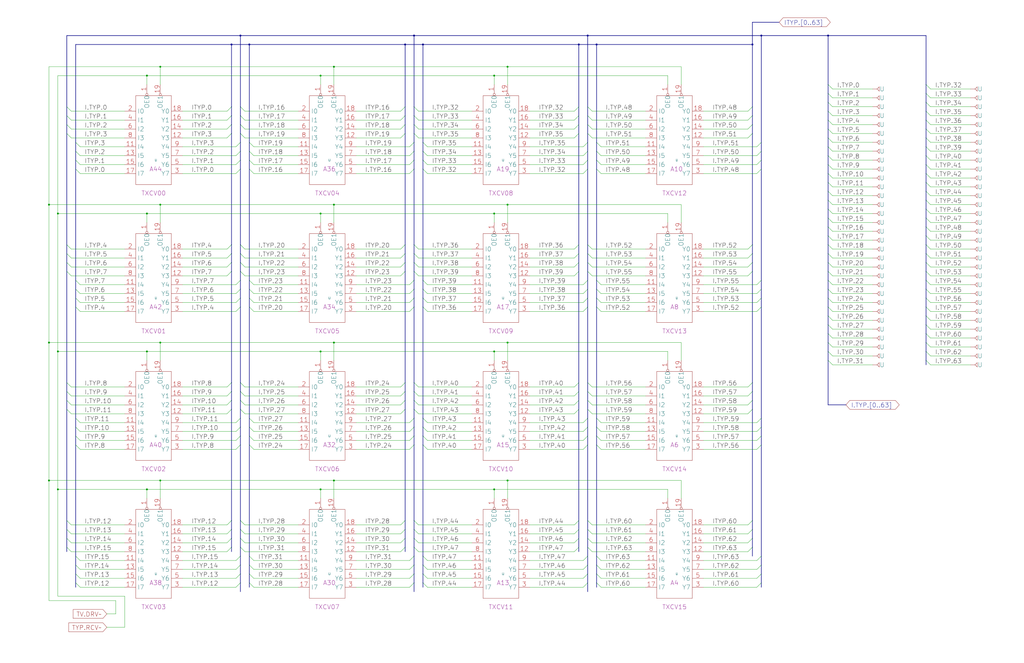
<source format=kicad_sch>
(kicad_sch (version 20220404) (generator eeschema)
  (paper "User" 584.2 378.46)
  (title_block (title "BUS TRANCEIVERS\\nTYPE BUS") (date "22-SEP-90") (rev "2.0") (comment 1 "IOC") (comment 2 "232-003061") (comment 3 "S400") (comment 4 "RELEASED"))
  (junction (at 91.44 195.58))
  (junction (at 472.44 20.32))
  (junction (at 330.2 25.4))
  (junction (at 27.94 274.32))
  (junction (at 33.02 200.66))
  (junction (at 190.5 274.32))
  (junction (at 83.82 200.66))
  (junction (at 132.08 25.4))
  (junction (at 289.56 274.32))
  (junction (at 33.02 279.4))
  (junction (at 231.14 25.4))
  (junction (at 33.02 121.92))
  (junction (at 91.44 274.32))
  (junction (at 182.88 43.18))
  (junction (at 182.88 121.92))
  (junction (at 281.94 121.92))
  (junction (at 83.82 279.4))
  (junction (at 83.82 43.18))
  (junction (at 182.88 279.4))
  (junction (at 142.24 25.4))
  (junction (at 137.16 20.32))
  (junction (at 340.36 25.4))
  (junction (at 289.56 116.84))
  (junction (at 182.88 200.66))
  (junction (at 434.34 20.32))
  (junction (at 27.94 116.84))
  (junction (at 190.5 195.58))
  (junction (at 91.44 38.1))
  (junction (at 289.56 195.58))
  (junction (at 27.94 195.58))
  (junction (at 91.44 116.84))
  (junction (at 190.5 116.84))
  (junction (at 281.94 200.66))
  (junction (at 289.56 38.1))
  (junction (at 281.94 279.4))
  (junction (at 236.22 20.32))
  (junction (at 241.3 25.4))
  (junction (at 335.28 20.32))
  (junction (at 281.94 43.18))
  (junction (at 83.82 121.92))
  (junction (at 429.26 25.4))
  (junction (at 190.5 38.1))
  (bus_entry (at 472.44 88.9) (size 2.54 2.54))
  (bus_entry (at 528.32 139.7) (size 2.54 2.54))
  (bus_entry (at 434.34 248.92) (size -2.54 2.54))
  (bus_entry (at 528.32 165.1) (size 2.54 2.54))
  (bus_entry (at 236.22 254) (size -2.54 2.54))
  (bus_entry (at 335.28 302.26) (size 2.54 2.54))
  (bus_entry (at 142.24 254) (size 2.54 2.54))
  (bus_entry (at 132.08 302.26) (size -2.54 2.54))
  (bus_entry (at 236.22 149.86) (size 2.54 2.54))
  (bus_entry (at 472.44 134.62) (size 2.54 2.54))
  (bus_entry (at 43.18 86.36) (size 2.54 2.54))
  (bus_entry (at 335.28 139.7) (size 2.54 2.54))
  (bus_entry (at 38.1 139.7) (size 2.54 2.54))
  (bus_entry (at 472.44 114.3) (size 2.54 2.54))
  (bus_entry (at 132.08 144.78) (size -2.54 2.54))
  (bus_entry (at 472.44 165.1) (size 2.54 2.54))
  (bus_entry (at 340.36 327.66) (size 2.54 2.54))
  (bus_entry (at 38.1 228.6) (size 2.54 2.54))
  (bus_entry (at 335.28 154.94) (size 2.54 2.54))
  (bus_entry (at 142.24 332.74) (size 2.54 2.54))
  (bus_entry (at 137.16 218.44) (size 2.54 2.54))
  (bus_entry (at 137.16 81.28) (size -2.54 2.54))
  (bus_entry (at 236.22 332.74) (size -2.54 2.54))
  (bus_entry (at 142.24 91.44) (size 2.54 2.54))
  (bus_entry (at 231.14 76.2) (size -2.54 2.54))
  (bus_entry (at 231.14 228.6) (size -2.54 2.54))
  (bus_entry (at 137.16 144.78) (size 2.54 2.54))
  (bus_entry (at 340.36 332.74) (size 2.54 2.54))
  (bus_entry (at 231.14 307.34) (size -2.54 2.54))
  (bus_entry (at 236.22 60.96) (size 2.54 2.54))
  (bus_entry (at 43.18 243.84) (size 2.54 2.54))
  (bus_entry (at 472.44 78.74) (size 2.54 2.54))
  (bus_entry (at 132.08 223.52) (size -2.54 2.54))
  (bus_entry (at 137.16 243.84) (size -2.54 2.54))
  (bus_entry (at 434.34 170.18) (size -2.54 2.54))
  (bus_entry (at 472.44 190.5) (size 2.54 2.54))
  (bus_entry (at 429.26 139.7) (size -2.54 2.54))
  (bus_entry (at 38.1 307.34) (size 2.54 2.54))
  (bus_entry (at 340.36 322.58) (size 2.54 2.54))
  (bus_entry (at 472.44 180.34) (size 2.54 2.54))
  (bus_entry (at 137.16 154.94) (size 2.54 2.54))
  (bus_entry (at 340.36 243.84) (size 2.54 2.54))
  (bus_entry (at 528.32 154.94) (size 2.54 2.54))
  (bus_entry (at 137.16 96.52) (size -2.54 2.54))
  (bus_entry (at 335.28 144.78) (size 2.54 2.54))
  (bus_entry (at 335.28 248.92) (size -2.54 2.54))
  (bus_entry (at 38.1 233.68) (size 2.54 2.54))
  (bus_entry (at 231.14 233.68) (size -2.54 2.54))
  (bus_entry (at 236.22 307.34) (size 2.54 2.54))
  (bus_entry (at 241.3 332.74) (size 2.54 2.54))
  (bus_entry (at 472.44 58.42) (size 2.54 2.54))
  (bus_entry (at 330.2 302.26) (size -2.54 2.54))
  (bus_entry (at 137.16 307.34) (size 2.54 2.54))
  (bus_entry (at 472.44 48.26) (size 2.54 2.54))
  (bus_entry (at 241.3 86.36) (size 2.54 2.54))
  (bus_entry (at 231.14 154.94) (size -2.54 2.54))
  (bus_entry (at 43.18 170.18) (size 2.54 2.54))
  (bus_entry (at 137.16 86.36) (size -2.54 2.54))
  (bus_entry (at 137.16 322.58) (size -2.54 2.54))
  (bus_entry (at 132.08 71.12) (size -2.54 2.54))
  (bus_entry (at 429.26 297.18) (size -2.54 2.54))
  (bus_entry (at 528.32 124.46) (size 2.54 2.54))
  (bus_entry (at 137.16 76.2) (size 2.54 2.54))
  (bus_entry (at 335.28 228.6) (size 2.54 2.54))
  (bus_entry (at 528.32 99.06) (size 2.54 2.54))
  (bus_entry (at 241.3 96.52) (size 2.54 2.54))
  (bus_entry (at 241.3 322.58) (size 2.54 2.54))
  (bus_entry (at 231.14 66.04) (size -2.54 2.54))
  (bus_entry (at 236.22 312.42) (size 2.54 2.54))
  (bus_entry (at 137.16 60.96) (size 2.54 2.54))
  (bus_entry (at 241.3 160.02) (size 2.54 2.54))
  (bus_entry (at 137.16 139.7) (size 2.54 2.54))
  (bus_entry (at 236.22 233.68) (size 2.54 2.54))
  (bus_entry (at 335.28 233.68) (size 2.54 2.54))
  (bus_entry (at 241.3 327.66) (size 2.54 2.54))
  (bus_entry (at 528.32 68.58) (size 2.54 2.54))
  (bus_entry (at 528.32 48.26) (size 2.54 2.54))
  (bus_entry (at 434.34 91.44) (size -2.54 2.54))
  (bus_entry (at 335.28 317.5) (size -2.54 2.54))
  (bus_entry (at 236.22 76.2) (size 2.54 2.54))
  (bus_entry (at 528.32 149.86) (size 2.54 2.54))
  (bus_entry (at 132.08 233.68) (size -2.54 2.54))
  (bus_entry (at 472.44 99.06) (size 2.54 2.54))
  (bus_entry (at 231.14 297.18) (size -2.54 2.54))
  (bus_entry (at 142.24 317.5) (size 2.54 2.54))
  (bus_entry (at 137.16 302.26) (size 2.54 2.54))
  (bus_entry (at 236.22 96.52) (size -2.54 2.54))
  (bus_entry (at 132.08 154.94) (size -2.54 2.54))
  (bus_entry (at 528.32 144.78) (size 2.54 2.54))
  (bus_entry (at 236.22 317.5) (size -2.54 2.54))
  (bus_entry (at 236.22 139.7) (size 2.54 2.54))
  (bus_entry (at 236.22 81.28) (size -2.54 2.54))
  (bus_entry (at 429.26 302.26) (size -2.54 2.54))
  (bus_entry (at 236.22 170.18) (size -2.54 2.54))
  (bus_entry (at 434.34 81.28) (size -2.54 2.54))
  (bus_entry (at 330.2 307.34) (size -2.54 2.54))
  (bus_entry (at 137.16 228.6) (size 2.54 2.54))
  (bus_entry (at 335.28 322.58) (size -2.54 2.54))
  (bus_entry (at 434.34 332.74) (size -2.54 2.54))
  (bus_entry (at 231.14 302.26) (size -2.54 2.54))
  (bus_entry (at 132.08 312.42) (size -2.54 2.54))
  (bus_entry (at 429.26 312.42) (size -2.54 2.54))
  (bus_entry (at 472.44 170.18) (size 2.54 2.54))
  (bus_entry (at 429.26 218.44) (size -2.54 2.54))
  (bus_entry (at 137.16 327.66) (size -2.54 2.54))
  (bus_entry (at 43.18 332.74) (size 2.54 2.54))
  (bus_entry (at 142.24 238.76) (size 2.54 2.54))
  (bus_entry (at 236.22 175.26) (size -2.54 2.54))
  (bus_entry (at 137.16 248.92) (size -2.54 2.54))
  (bus_entry (at 132.08 218.44) (size -2.54 2.54))
  (bus_entry (at 330.2 233.68) (size -2.54 2.54))
  (bus_entry (at 137.16 160.02) (size -2.54 2.54))
  (bus_entry (at 434.34 160.02) (size -2.54 2.54))
  (bus_entry (at 429.26 307.34) (size -2.54 2.54))
  (bus_entry (at 335.28 86.36) (size -2.54 2.54))
  (bus_entry (at 472.44 73.66) (size 2.54 2.54))
  (bus_entry (at 528.32 195.58) (size 2.54 2.54))
  (bus_entry (at 137.16 223.52) (size 2.54 2.54))
  (bus_entry (at 142.24 327.66) (size 2.54 2.54))
  (bus_entry (at 528.32 175.26) (size 2.54 2.54))
  (bus_entry (at 429.26 60.96) (size -2.54 2.54))
  (bus_entry (at 429.26 71.12) (size -2.54 2.54))
  (bus_entry (at 236.22 327.66) (size -2.54 2.54))
  (bus_entry (at 528.32 63.5) (size 2.54 2.54))
  (bus_entry (at 528.32 104.14) (size 2.54 2.54))
  (bus_entry (at 132.08 228.6) (size -2.54 2.54))
  (bus_entry (at 137.16 170.18) (size -2.54 2.54))
  (bus_entry (at 241.3 254) (size 2.54 2.54))
  (bus_entry (at 472.44 68.58) (size 2.54 2.54))
  (bus_entry (at 142.24 160.02) (size 2.54 2.54))
  (bus_entry (at 335.28 149.86) (size 2.54 2.54))
  (bus_entry (at 236.22 322.58) (size -2.54 2.54))
  (bus_entry (at 43.18 238.76) (size 2.54 2.54))
  (bus_entry (at 528.32 109.22) (size 2.54 2.54))
  (bus_entry (at 137.16 165.1) (size -2.54 2.54))
  (bus_entry (at 142.24 322.58) (size 2.54 2.54))
  (bus_entry (at 340.36 175.26) (size 2.54 2.54))
  (bus_entry (at 236.22 302.26) (size 2.54 2.54))
  (bus_entry (at 335.28 243.84) (size -2.54 2.54))
  (bus_entry (at 434.34 317.5) (size -2.54 2.54))
  (bus_entry (at 231.14 71.12) (size -2.54 2.54))
  (bus_entry (at 236.22 160.02) (size -2.54 2.54))
  (bus_entry (at 43.18 165.1) (size 2.54 2.54))
  (bus_entry (at 38.1 218.44) (size 2.54 2.54))
  (bus_entry (at 142.24 96.52) (size 2.54 2.54))
  (bus_entry (at 330.2 223.52) (size -2.54 2.54))
  (bus_entry (at 335.28 332.74) (size -2.54 2.54))
  (bus_entry (at 434.34 327.66) (size -2.54 2.54))
  (bus_entry (at 340.36 238.76) (size 2.54 2.54))
  (bus_entry (at 472.44 119.38) (size 2.54 2.54))
  (bus_entry (at 335.28 60.96) (size 2.54 2.54))
  (bus_entry (at 528.32 83.82) (size 2.54 2.54))
  (bus_entry (at 137.16 71.12) (size 2.54 2.54))
  (bus_entry (at 43.18 248.92) (size 2.54 2.54))
  (bus_entry (at 528.32 205.74) (size 2.54 2.54))
  (bus_entry (at 434.34 322.58) (size -2.54 2.54))
  (bus_entry (at 528.32 119.38) (size 2.54 2.54))
  (bus_entry (at 236.22 86.36) (size -2.54 2.54))
  (bus_entry (at 142.24 248.92) (size 2.54 2.54))
  (bus_entry (at 236.22 144.78) (size 2.54 2.54))
  (bus_entry (at 472.44 109.22) (size 2.54 2.54))
  (bus_entry (at 434.34 175.26) (size -2.54 2.54))
  (bus_entry (at 132.08 307.34) (size -2.54 2.54))
  (bus_entry (at 335.28 223.52) (size 2.54 2.54))
  (bus_entry (at 335.28 81.28) (size -2.54 2.54))
  (bus_entry (at 528.32 73.66) (size 2.54 2.54))
  (bus_entry (at 137.16 297.18) (size 2.54 2.54))
  (bus_entry (at 241.3 238.76) (size 2.54 2.54))
  (bus_entry (at 335.28 327.66) (size -2.54 2.54))
  (bus_entry (at 472.44 93.98) (size 2.54 2.54))
  (bus_entry (at 38.1 297.18) (size 2.54 2.54))
  (bus_entry (at 434.34 254) (size -2.54 2.54))
  (bus_entry (at 434.34 238.76) (size -2.54 2.54))
  (bus_entry (at 241.3 248.92) (size 2.54 2.54))
  (bus_entry (at 132.08 297.18) (size -2.54 2.54))
  (bus_entry (at 528.32 78.74) (size 2.54 2.54))
  (bus_entry (at 38.1 223.52) (size 2.54 2.54))
  (bus_entry (at 335.28 165.1) (size -2.54 2.54))
  (bus_entry (at 142.24 243.84) (size 2.54 2.54))
  (bus_entry (at 330.2 312.42) (size -2.54 2.54))
  (bus_entry (at 472.44 200.66) (size 2.54 2.54))
  (bus_entry (at 38.1 302.26) (size 2.54 2.54))
  (bus_entry (at 340.36 160.02) (size 2.54 2.54))
  (bus_entry (at 330.2 297.18) (size -2.54 2.54))
  (bus_entry (at 241.3 165.1) (size 2.54 2.54))
  (bus_entry (at 340.36 165.1) (size 2.54 2.54))
  (bus_entry (at 335.28 312.42) (size 2.54 2.54))
  (bus_entry (at 142.24 86.36) (size 2.54 2.54))
  (bus_entry (at 335.28 76.2) (size 2.54 2.54))
  (bus_entry (at 236.22 218.44) (size 2.54 2.54))
  (bus_entry (at 472.44 63.5) (size 2.54 2.54))
  (bus_entry (at 528.32 53.34) (size 2.54 2.54))
  (bus_entry (at 434.34 96.52) (size -2.54 2.54))
  (bus_entry (at 137.16 66.04) (size 2.54 2.54))
  (bus_entry (at 241.3 170.18) (size 2.54 2.54))
  (bus_entry (at 236.22 66.04) (size 2.54 2.54))
  (bus_entry (at 241.3 81.28) (size 2.54 2.54))
  (bus_entry (at 231.14 312.42) (size -2.54 2.54))
  (bus_entry (at 434.34 86.36) (size -2.54 2.54))
  (bus_entry (at 340.36 96.52) (size 2.54 2.54))
  (bus_entry (at 142.24 81.28) (size 2.54 2.54))
  (bus_entry (at 472.44 139.7) (size 2.54 2.54))
  (bus_entry (at 43.18 175.26) (size 2.54 2.54))
  (bus_entry (at 330.2 149.86) (size -2.54 2.54))
  (bus_entry (at 429.26 233.68) (size -2.54 2.54))
  (bus_entry (at 429.26 66.04) (size -2.54 2.54))
  (bus_entry (at 429.26 228.6) (size -2.54 2.54))
  (bus_entry (at 38.1 144.78) (size 2.54 2.54))
  (bus_entry (at 528.32 114.3) (size 2.54 2.54))
  (bus_entry (at 434.34 165.1) (size -2.54 2.54))
  (bus_entry (at 236.22 154.94) (size 2.54 2.54))
  (bus_entry (at 236.22 71.12) (size 2.54 2.54))
  (bus_entry (at 528.32 134.62) (size 2.54 2.54))
  (bus_entry (at 335.28 238.76) (size -2.54 2.54))
  (bus_entry (at 340.36 81.28) (size 2.54 2.54))
  (bus_entry (at 528.32 185.42) (size 2.54 2.54))
  (bus_entry (at 335.28 71.12) (size 2.54 2.54))
  (bus_entry (at 137.16 317.5) (size -2.54 2.54))
  (bus_entry (at 43.18 254) (size 2.54 2.54))
  (bus_entry (at 231.14 60.96) (size -2.54 2.54))
  (bus_entry (at 528.32 180.34) (size 2.54 2.54))
  (bus_entry (at 335.28 175.26) (size -2.54 2.54))
  (bus_entry (at 335.28 307.34) (size 2.54 2.54))
  (bus_entry (at 236.22 248.92) (size -2.54 2.54))
  (bus_entry (at 236.22 91.44) (size -2.54 2.54))
  (bus_entry (at 528.32 190.5) (size 2.54 2.54))
  (bus_entry (at 43.18 327.66) (size 2.54 2.54))
  (bus_entry (at 43.18 160.02) (size 2.54 2.54))
  (bus_entry (at 472.44 129.54) (size 2.54 2.54))
  (bus_entry (at 137.16 332.74) (size -2.54 2.54))
  (bus_entry (at 330.2 228.6) (size -2.54 2.54))
  (bus_entry (at 434.34 243.84) (size -2.54 2.54))
  (bus_entry (at 330.2 76.2) (size -2.54 2.54))
  (bus_entry (at 528.32 58.42) (size 2.54 2.54))
  (bus_entry (at 137.16 91.44) (size -2.54 2.54))
  (bus_entry (at 142.24 170.18) (size 2.54 2.54))
  (bus_entry (at 472.44 185.42) (size 2.54 2.54))
  (bus_entry (at 236.22 243.84) (size -2.54 2.54))
  (bus_entry (at 335.28 218.44) (size 2.54 2.54))
  (bus_entry (at 43.18 81.28) (size 2.54 2.54))
  (bus_entry (at 528.32 93.98) (size 2.54 2.54))
  (bus_entry (at 38.1 66.04) (size 2.54 2.54))
  (bus_entry (at 231.14 218.44) (size -2.54 2.54))
  (bus_entry (at 429.26 223.52) (size -2.54 2.54))
  (bus_entry (at 132.08 139.7) (size -2.54 2.54))
  (bus_entry (at 137.16 312.42) (size 2.54 2.54))
  (bus_entry (at 340.36 170.18) (size 2.54 2.54))
  (bus_entry (at 132.08 149.86) (size -2.54 2.54))
  (bus_entry (at 236.22 297.18) (size 2.54 2.54))
  (bus_entry (at 472.44 83.82) (size 2.54 2.54))
  (bus_entry (at 340.36 248.92) (size 2.54 2.54))
  (bus_entry (at 330.2 154.94) (size -2.54 2.54))
  (bus_entry (at 132.08 66.04) (size -2.54 2.54))
  (bus_entry (at 330.2 71.12) (size -2.54 2.54))
  (bus_entry (at 43.18 96.52) (size 2.54 2.54))
  (bus_entry (at 236.22 165.1) (size -2.54 2.54))
  (bus_entry (at 528.32 88.9) (size 2.54 2.54))
  (bus_entry (at 38.1 154.94) (size 2.54 2.54))
  (bus_entry (at 236.22 228.6) (size 2.54 2.54))
  (bus_entry (at 241.3 175.26) (size 2.54 2.54))
  (bus_entry (at 340.36 86.36) (size 2.54 2.54))
  (bus_entry (at 528.32 170.18) (size 2.54 2.54))
  (bus_entry (at 241.3 91.44) (size 2.54 2.54))
  (bus_entry (at 528.32 200.66) (size 2.54 2.54))
  (bus_entry (at 231.14 144.78) (size -2.54 2.54))
  (bus_entry (at 472.44 205.74) (size 2.54 2.54))
  (bus_entry (at 472.44 175.26) (size 2.54 2.54))
  (bus_entry (at 472.44 124.46) (size 2.54 2.54))
  (bus_entry (at 241.3 243.84) (size 2.54 2.54))
  (bus_entry (at 330.2 218.44) (size -2.54 2.54))
  (bus_entry (at 43.18 91.44) (size 2.54 2.54))
  (bus_entry (at 142.24 175.26) (size 2.54 2.54))
  (bus_entry (at 429.26 76.2) (size -2.54 2.54))
  (bus_entry (at 231.14 223.52) (size -2.54 2.54))
  (bus_entry (at 472.44 154.94) (size 2.54 2.54))
  (bus_entry (at 429.26 154.94) (size -2.54 2.54))
  (bus_entry (at 236.22 238.76) (size -2.54 2.54))
  (bus_entry (at 335.28 160.02) (size -2.54 2.54))
  (bus_entry (at 137.16 254) (size -2.54 2.54))
  (bus_entry (at 38.1 312.42) (size 2.54 2.54))
  (bus_entry (at 429.26 149.86) (size -2.54 2.54))
  (bus_entry (at 38.1 60.96) (size 2.54 2.54))
  (bus_entry (at 340.36 254) (size 2.54 2.54))
  (bus_entry (at 236.22 223.52) (size 2.54 2.54))
  (bus_entry (at 335.28 91.44) (size -2.54 2.54))
  (bus_entry (at 38.1 71.12) (size 2.54 2.54))
  (bus_entry (at 231.14 149.86) (size -2.54 2.54))
  (bus_entry (at 38.1 149.86) (size 2.54 2.54))
  (bus_entry (at 472.44 53.34) (size 2.54 2.54))
  (bus_entry (at 330.2 66.04) (size -2.54 2.54))
  (bus_entry (at 43.18 317.5) (size 2.54 2.54))
  (bus_entry (at 132.08 76.2) (size -2.54 2.54))
  (bus_entry (at 132.08 60.96) (size -2.54 2.54))
  (bus_entry (at 472.44 160.02) (size 2.54 2.54))
  (bus_entry (at 231.14 139.7) (size -2.54 2.54))
  (bus_entry (at 137.16 238.76) (size -2.54 2.54))
  (bus_entry (at 335.28 170.18) (size -2.54 2.54))
  (bus_entry (at 429.26 144.78) (size -2.54 2.54))
  (bus_entry (at 330.2 144.78) (size -2.54 2.54))
  (bus_entry (at 472.44 195.58) (size 2.54 2.54))
  (bus_entry (at 472.44 144.78) (size 2.54 2.54))
  (bus_entry (at 472.44 104.14) (size 2.54 2.54))
  (bus_entry (at 38.1 76.2) (size 2.54 2.54))
  (bus_entry (at 137.16 149.86) (size 2.54 2.54))
  (bus_entry (at 528.32 129.54) (size 2.54 2.54))
  (bus_entry (at 340.36 317.5) (size 2.54 2.54))
  (bus_entry (at 137.16 233.68) (size 2.54 2.54))
  (bus_entry (at 335.28 96.52) (size -2.54 2.54))
  (bus_entry (at 43.18 322.58) (size 2.54 2.54))
  (bus_entry (at 472.44 149.86) (size 2.54 2.54))
  (bus_entry (at 330.2 139.7) (size -2.54 2.54))
  (bus_entry (at 330.2 60.96) (size -2.54 2.54))
  (bus_entry (at 142.24 165.1) (size 2.54 2.54))
  (bus_entry (at 335.28 297.18) (size 2.54 2.54))
  (bus_entry (at 528.32 160.02) (size 2.54 2.54))
  (bus_entry (at 241.3 317.5) (size 2.54 2.54))
  (bus_entry (at 137.16 175.26) (size -2.54 2.54))
  (bus_entry (at 335.28 254) (size -2.54 2.54))
  (bus_entry (at 340.36 91.44) (size 2.54 2.54))
  (bus_entry (at 335.28 66.04) (size 2.54 2.54))
  (bus (pts (xy 472.44 165.1) (xy 472.44 170.18)))
  (wire (pts (xy 27.94 195.58) (xy 27.94 116.84)))
  (wire (pts (xy 302.26 73.66) (xy 327.66 73.66)))
  (wire (pts (xy 238.76 309.88) (xy 269.24 309.88)))
  (wire (pts (xy 289.56 38.1) (xy 289.56 48.26)))
  (bus (pts (xy 335.28 81.28) (xy 335.28 86.36)))
  (wire (pts (xy 381 43.18) (xy 281.94 43.18)))
  (wire (pts (xy 302.26 325.12) (xy 332.74 325.12)))
  (wire (pts (xy 337.82 231.14) (xy 368.3 231.14)))
  (wire (pts (xy 144.78 93.98) (xy 170.18 93.98)))
  (bus (pts (xy 132.08 76.2) (xy 132.08 139.7)))
  (wire (pts (xy 530.86 172.72) (xy 553.72 172.72)))
  (bus (pts (xy 434.34 238.76) (xy 434.34 243.84)))
  (bus (pts (xy 236.22 243.84) (xy 236.22 248.92)))
  (bus (pts (xy 137.16 91.44) (xy 137.16 96.52)))
  (bus (pts (xy 429.26 223.52) (xy 429.26 228.6)))
  (wire (pts (xy 388.62 205.74) (xy 388.62 195.58)))
  (wire (pts (xy 337.82 226.06) (xy 368.3 226.06)))
  (wire (pts (xy 139.7 63.5) (xy 170.18 63.5)))
  (bus (pts (xy 472.44 129.54) (xy 472.44 134.62)))
  (wire (pts (xy 104.14 83.82) (xy 134.62 83.82)))
  (bus (pts (xy 38.1 228.6) (xy 38.1 233.68)))
  (wire (pts (xy 302.26 162.56) (xy 332.74 162.56)))
  (bus (pts (xy 236.22 20.32) (xy 236.22 60.96)))
  (wire (pts (xy 40.64 226.06) (xy 71.12 226.06)))
  (wire (pts (xy 144.78 320.04) (xy 170.18 320.04)))
  (wire (pts (xy 474.98 203.2) (xy 497.84 203.2)))
  (bus (pts (xy 335.28 302.26) (xy 335.28 307.34)))
  (bus (pts (xy 472.44 144.78) (xy 472.44 149.86)))
  (bus (pts (xy 434.34 322.58) (xy 434.34 327.66)))
  (wire (pts (xy 104.14 330.2) (xy 134.62 330.2)))
  (bus (pts (xy 132.08 66.04) (xy 132.08 71.12)))
  (bus (pts (xy 335.28 228.6) (xy 335.28 233.68)))
  (wire (pts (xy 190.5 195.58) (xy 190.5 205.74)))
  (wire (pts (xy 203.2 226.06) (xy 228.6 226.06)))
  (bus (pts (xy 236.22 160.02) (xy 236.22 165.1)))
  (wire (pts (xy 243.84 335.28) (xy 269.24 335.28)))
  (bus (pts (xy 434.34 175.26) (xy 434.34 238.76)))
  (wire (pts (xy 238.76 226.06) (xy 269.24 226.06)))
  (wire (pts (xy 139.7 299.72) (xy 170.18 299.72)))
  (bus (pts (xy 132.08 297.18) (xy 132.08 302.26)))
  (bus (pts (xy 335.28 76.2) (xy 335.28 81.28)))
  (wire (pts (xy 302.26 147.32) (xy 327.66 147.32)))
  (wire (pts (xy 530.86 182.88) (xy 553.72 182.88)))
  (bus (pts (xy 241.3 91.44) (xy 241.3 96.52)))
  (bus (pts (xy 231.14 228.6) (xy 231.14 233.68)))
  (wire (pts (xy 203.2 157.48) (xy 228.6 157.48)))
  (wire (pts (xy 144.78 325.12) (xy 170.18 325.12)))
  (bus (pts (xy 236.22 66.04) (xy 236.22 71.12)))
  (bus (pts (xy 528.32 175.26) (xy 528.32 180.34)))
  (bus (pts (xy 330.2 218.44) (xy 330.2 223.52)))
  (bus (pts (xy 231.14 60.96) (xy 231.14 66.04)))
  (wire (pts (xy 104.14 335.28) (xy 134.62 335.28)))
  (wire (pts (xy 474.98 96.52) (xy 497.84 96.52)))
  (wire (pts (xy 45.72 251.46) (xy 71.12 251.46)))
  (wire (pts (xy 139.7 304.8) (xy 170.18 304.8)))
  (wire (pts (xy 530.86 167.64) (xy 553.72 167.64)))
  (bus (pts (xy 330.2 25.4) (xy 330.2 60.96)))
  (wire (pts (xy 381 284.48) (xy 381 279.4)))
  (bus (pts (xy 241.3 175.26) (xy 241.3 238.76)))
  (wire (pts (xy 530.86 96.52) (xy 553.72 96.52)))
  (bus (pts (xy 335.28 297.18) (xy 335.28 302.26)))
  (wire (pts (xy 190.5 274.32) (xy 91.44 274.32)))
  (bus (pts (xy 472.44 170.18) (xy 472.44 175.26)))
  (wire (pts (xy 530.86 111.76) (xy 553.72 111.76)))
  (wire (pts (xy 40.64 147.32) (xy 71.12 147.32)))
  (bus (pts (xy 43.18 243.84) (xy 43.18 248.92)))
  (bus (pts (xy 340.36 322.58) (xy 340.36 327.66)))
  (wire (pts (xy 342.9 256.54) (xy 368.3 256.54)))
  (wire (pts (xy 190.5 274.32) (xy 190.5 284.48)))
  (wire (pts (xy 104.14 78.74) (xy 129.54 78.74)))
  (wire (pts (xy 203.2 93.98) (xy 233.68 93.98)))
  (bus (pts (xy 231.14 66.04) (xy 231.14 71.12)))
  (bus (pts (xy 472.44 205.74) (xy 472.44 231.14)))
  (wire (pts (xy 530.86 91.44) (xy 553.72 91.44)))
  (wire (pts (xy 243.84 172.72) (xy 269.24 172.72)))
  (wire (pts (xy 203.2 152.4) (xy 228.6 152.4)))
  (bus (pts (xy 236.22 76.2) (xy 236.22 81.28)))
  (wire (pts (xy 401.32 226.06) (xy 426.72 226.06)))
  (bus (pts (xy 231.14 139.7) (xy 231.14 144.78)))
  (bus (pts (xy 330.2 76.2) (xy 330.2 139.7)))
  (bus (pts (xy 528.32 53.34) (xy 528.32 58.42)))
  (wire (pts (xy 337.82 78.74) (xy 368.3 78.74)))
  (bus (pts (xy 472.44 83.82) (xy 472.44 88.9)))
  (wire (pts (xy 203.2 314.96) (xy 228.6 314.96)))
  (bus (pts (xy 434.34 96.52) (xy 434.34 160.02)))
  (bus (pts (xy 472.44 109.22) (xy 472.44 114.3)))
  (bus (pts (xy 472.44 160.02) (xy 472.44 165.1)))
  (bus (pts (xy 241.3 238.76) (xy 241.3 243.84)))
  (bus (pts (xy 335.28 218.44) (xy 335.28 223.52)))
  (bus (pts (xy 472.44 124.46) (xy 472.44 129.54)))
  (wire (pts (xy 401.32 88.9) (xy 431.8 88.9)))
  (wire (pts (xy 401.32 314.96) (xy 426.72 314.96)))
  (wire (pts (xy 238.76 78.74) (xy 269.24 78.74)))
  (wire (pts (xy 401.32 309.88) (xy 426.72 309.88)))
  (bus (pts (xy 472.44 99.06) (xy 472.44 104.14)))
  (wire (pts (xy 83.82 121.92) (xy 83.82 127)))
  (wire (pts (xy 474.98 106.68) (xy 497.84 106.68)))
  (bus (pts (xy 330.2 139.7) (xy 330.2 144.78)))
  (wire (pts (xy 381 279.4) (xy 281.94 279.4)))
  (bus (pts (xy 38.1 66.04) (xy 38.1 71.12)))
  (bus (pts (xy 142.24 165.1) (xy 142.24 170.18)))
  (bus (pts (xy 528.32 195.58) (xy 528.32 200.66)))
  (wire (pts (xy 289.56 195.58) (xy 388.62 195.58)))
  (wire (pts (xy 302.26 309.88) (xy 327.66 309.88)))
  (bus (pts (xy 132.08 223.52) (xy 132.08 228.6)))
  (bus (pts (xy 330.2 144.78) (xy 330.2 149.86)))
  (wire (pts (xy 27.94 116.84) (xy 27.94 38.1)))
  (wire (pts (xy 289.56 116.84) (xy 388.62 116.84)))
  (bus (pts (xy 241.3 170.18) (xy 241.3 175.26)))
  (wire (pts (xy 401.32 78.74) (xy 426.72 78.74)))
  (wire (pts (xy 203.2 236.22) (xy 228.6 236.22)))
  (wire (pts (xy 238.76 220.98) (xy 269.24 220.98)))
  (wire (pts (xy 289.56 274.32) (xy 289.56 284.48)))
  (wire (pts (xy 243.84 246.38) (xy 269.24 246.38)))
  (wire (pts (xy 33.02 121.92) (xy 83.82 121.92)))
  (bus (pts (xy 137.16 71.12) (xy 137.16 76.2)))
  (wire (pts (xy 302.26 83.82) (xy 332.74 83.82)))
  (wire (pts (xy 139.7 147.32) (xy 170.18 147.32)))
  (bus (pts (xy 236.22 170.18) (xy 236.22 175.26)))
  (bus (pts (xy 236.22 248.92) (xy 236.22 254)))
  (bus (pts (xy 528.32 104.14) (xy 528.32 109.22)))
  (bus (pts (xy 38.1 60.96) (xy 38.1 66.04)))
  (wire (pts (xy 40.64 299.72) (xy 71.12 299.72)))
  (wire (pts (xy 302.26 314.96) (xy 327.66 314.96)))
  (wire (pts (xy 139.7 157.48) (xy 170.18 157.48)))
  (wire (pts (xy 388.62 274.32) (xy 289.56 274.32)))
  (bus (pts (xy 340.36 238.76) (xy 340.36 243.84)))
  (wire (pts (xy 302.26 231.14) (xy 327.66 231.14)))
  (bus (pts (xy 528.32 99.06) (xy 528.32 104.14)))
  (bus (pts (xy 330.2 307.34) (xy 330.2 312.42)))
  (bus (pts (xy 231.14 71.12) (xy 231.14 76.2)))
  (bus (pts (xy 335.28 86.36) (xy 335.28 91.44)))
  (bus (pts (xy 231.14 307.34) (xy 231.14 312.42)))
  (wire (pts (xy 530.86 86.36) (xy 553.72 86.36)))
  (wire (pts (xy 104.14 99.06) (xy 134.62 99.06)))
  (bus (pts (xy 132.08 149.86) (xy 132.08 154.94)))
  (wire (pts (xy 243.84 83.82) (xy 269.24 83.82)))
  (bus (pts (xy 241.3 81.28) (xy 241.3 86.36)))
  (bus (pts (xy 236.22 327.66) (xy 236.22 332.74)))
  (bus (pts (xy 231.14 25.4) (xy 241.3 25.4)))
  (wire (pts (xy 281.94 279.4) (xy 281.94 284.48)))
  (bus (pts (xy 528.32 48.26) (xy 528.32 53.34)))
  (wire (pts (xy 243.84 256.54) (xy 269.24 256.54)))
  (wire (pts (xy 91.44 116.84) (xy 91.44 127)))
  (bus (pts (xy 335.28 160.02) (xy 335.28 165.1)))
  (bus (pts (xy 236.22 233.68) (xy 236.22 238.76)))
  (wire (pts (xy 474.98 142.24) (xy 497.84 142.24)))
  (wire (pts (xy 302.26 335.28) (xy 332.74 335.28)))
  (wire (pts (xy 203.2 220.98) (xy 228.6 220.98)))
  (wire (pts (xy 71.12 340.36) (xy 33.02 340.36)))
  (wire (pts (xy 27.94 274.32) (xy 27.94 195.58)))
  (wire (pts (xy 104.14 325.12) (xy 134.62 325.12)))
  (wire (pts (xy 144.78 83.82) (xy 170.18 83.82)))
  (wire (pts (xy 474.98 101.6) (xy 497.84 101.6)))
  (wire (pts (xy 281.94 200.66) (xy 281.94 205.74)))
  (bus (pts (xy 434.34 243.84) (xy 434.34 248.92)))
  (bus (pts (xy 434.34 86.36) (xy 434.34 91.44)))
  (wire (pts (xy 243.84 162.56) (xy 269.24 162.56)))
  (bus (pts (xy 231.14 149.86) (xy 231.14 154.94)))
  (bus (pts (xy 142.24 243.84) (xy 142.24 248.92)))
  (wire (pts (xy 144.78 335.28) (xy 170.18 335.28)))
  (wire (pts (xy 401.32 167.64) (xy 431.8 167.64)))
  (bus (pts (xy 472.44 73.66) (xy 472.44 78.74)))
  (bus (pts (xy 429.26 66.04) (xy 429.26 71.12)))
  (bus (pts (xy 528.32 134.62) (xy 528.32 139.7)))
  (bus (pts (xy 528.32 119.38) (xy 528.32 124.46)))
  (wire (pts (xy 289.56 38.1) (xy 388.62 38.1)))
  (wire (pts (xy 45.72 88.9) (xy 71.12 88.9)))
  (wire (pts (xy 238.76 73.66) (xy 269.24 73.66)))
  (wire (pts (xy 104.14 157.48) (xy 129.54 157.48)))
  (bus (pts (xy 236.22 91.44) (xy 236.22 96.52)))
  (wire (pts (xy 342.9 330.2) (xy 368.3 330.2)))
  (wire (pts (xy 60.96 350.52) (xy 66.04 350.52)))
  (bus (pts (xy 330.2 297.18) (xy 330.2 302.26)))
  (wire (pts (xy 388.62 38.1) (xy 388.62 48.26)))
  (bus (pts (xy 142.24 170.18) (xy 142.24 175.26)))
  (wire (pts (xy 401.32 220.98) (xy 426.72 220.98)))
  (bus (pts (xy 43.18 81.28) (xy 43.18 86.36)))
  (bus (pts (xy 137.16 81.28) (xy 137.16 86.36)))
  (wire (pts (xy 203.2 142.24) (xy 228.6 142.24)))
  (wire (pts (xy 474.98 60.96) (xy 497.84 60.96)))
  (bus (pts (xy 231.14 144.78) (xy 231.14 149.86)))
  (bus (pts (xy 137.16 60.96) (xy 137.16 66.04)))
  (wire (pts (xy 342.9 177.8) (xy 368.3 177.8)))
  (wire (pts (xy 530.86 81.28) (xy 553.72 81.28)))
  (wire (pts (xy 474.98 111.76) (xy 497.84 111.76)))
  (bus (pts (xy 528.32 200.66) (xy 528.32 205.74)))
  (bus (pts (xy 335.28 144.78) (xy 335.28 149.86)))
  (bus (pts (xy 434.34 332.74) (xy 434.34 335.28)))
  (bus (pts (xy 340.36 327.66) (xy 340.36 332.74)))
  (bus (pts (xy 429.26 228.6) (xy 429.26 233.68)))
  (wire (pts (xy 40.64 152.4) (xy 71.12 152.4)))
  (wire (pts (xy 40.64 220.98) (xy 71.12 220.98)))
  (wire (pts (xy 190.5 195.58) (xy 289.56 195.58)))
  (bus (pts (xy 528.32 20.32) (xy 528.32 48.26)))
  (bus (pts (xy 472.44 20.32) (xy 528.32 20.32)))
  (wire (pts (xy 342.9 88.9) (xy 368.3 88.9)))
  (bus (pts (xy 528.32 63.5) (xy 528.32 68.58)))
  (wire (pts (xy 144.78 246.38) (xy 170.18 246.38)))
  (bus (pts (xy 132.08 302.26) (xy 132.08 307.34)))
  (wire (pts (xy 83.82 121.92) (xy 182.88 121.92)))
  (wire (pts (xy 342.9 167.64) (xy 368.3 167.64)))
  (bus (pts (xy 142.24 317.5) (xy 142.24 322.58)))
  (wire (pts (xy 474.98 132.08) (xy 497.84 132.08)))
  (wire (pts (xy 302.26 99.06) (xy 332.74 99.06)))
  (bus (pts (xy 335.28 223.52) (xy 335.28 228.6)))
  (wire (pts (xy 474.98 81.28) (xy 497.84 81.28)))
  (wire (pts (xy 337.82 68.58) (xy 368.3 68.58)))
  (bus (pts (xy 429.26 233.68) (xy 429.26 297.18)))
  (wire (pts (xy 401.32 152.4) (xy 426.72 152.4)))
  (wire (pts (xy 530.86 152.4) (xy 553.72 152.4)))
  (wire (pts (xy 530.86 187.96) (xy 553.72 187.96)))
  (wire (pts (xy 203.2 304.8) (xy 228.6 304.8)))
  (bus (pts (xy 38.1 233.68) (xy 38.1 297.18)))
  (wire (pts (xy 45.72 241.3) (xy 71.12 241.3)))
  (wire (pts (xy 139.7 236.22) (xy 170.18 236.22)))
  (bus (pts (xy 137.16 170.18) (xy 137.16 175.26)))
  (bus (pts (xy 231.14 218.44) (xy 231.14 223.52)))
  (wire (pts (xy 238.76 231.14) (xy 269.24 231.14)))
  (bus (pts (xy 335.28 149.86) (xy 335.28 154.94)))
  (wire (pts (xy 342.9 99.06) (xy 368.3 99.06)))
  (bus (pts (xy 330.2 223.52) (xy 330.2 228.6)))
  (wire (pts (xy 182.88 43.18) (xy 182.88 48.26)))
  (wire (pts (xy 60.96 358.14) (xy 71.12 358.14)))
  (bus (pts (xy 132.08 60.96) (xy 132.08 66.04)))
  (bus (pts (xy 236.22 223.52) (xy 236.22 228.6)))
  (bus (pts (xy 528.32 154.94) (xy 528.32 160.02)))
  (wire (pts (xy 139.7 309.88) (xy 170.18 309.88)))
  (wire (pts (xy 139.7 152.4) (xy 170.18 152.4)))
  (wire (pts (xy 83.82 200.66) (xy 182.88 200.66)))
  (bus (pts (xy 38.1 20.32) (xy 38.1 60.96)))
  (bus (pts (xy 236.22 20.32) (xy 137.16 20.32)))
  (bus (pts (xy 236.22 154.94) (xy 236.22 160.02)))
  (bus (pts (xy 472.44 175.26) (xy 472.44 180.34)))
  (bus (pts (xy 472.44 200.66) (xy 472.44 205.74)))
  (wire (pts (xy 104.14 314.96) (xy 129.54 314.96)))
  (wire (pts (xy 104.14 93.98) (xy 134.62 93.98)))
  (bus (pts (xy 434.34 248.92) (xy 434.34 254)))
  (wire (pts (xy 281.94 121.92) (xy 381 121.92)))
  (bus (pts (xy 241.3 332.74) (xy 241.3 335.28)))
  (bus (pts (xy 472.44 20.32) (xy 472.44 48.26)))
  (wire (pts (xy 139.7 220.98) (xy 170.18 220.98)))
  (bus (pts (xy 340.36 25.4) (xy 429.26 25.4)))
  (bus (pts (xy 142.24 327.66) (xy 142.24 332.74)))
  (wire (pts (xy 243.84 88.9) (xy 269.24 88.9)))
  (bus (pts (xy 528.32 205.74) (xy 528.32 208.28)))
  (wire (pts (xy 302.26 299.72) (xy 327.66 299.72)))
  (wire (pts (xy 104.14 147.32) (xy 129.54 147.32)))
  (wire (pts (xy 401.32 299.72) (xy 426.72 299.72)))
  (bus (pts (xy 528.32 139.7) (xy 528.32 144.78)))
  (wire (pts (xy 203.2 78.74) (xy 228.6 78.74)))
  (wire (pts (xy 302.26 220.98) (xy 327.66 220.98)))
  (wire (pts (xy 33.02 121.92) (xy 33.02 43.18)))
  (bus (pts (xy 434.34 20.32) (xy 335.28 20.32)))
  (bus (pts (xy 137.16 302.26) (xy 137.16 307.34)))
  (bus (pts (xy 142.24 25.4) (xy 231.14 25.4)))
  (bus (pts (xy 43.18 170.18) (xy 43.18 175.26)))
  (bus (pts (xy 236.22 175.26) (xy 236.22 218.44)))
  (wire (pts (xy 203.2 68.58) (xy 228.6 68.58)))
  (wire (pts (xy 33.02 200.66) (xy 83.82 200.66)))
  (wire (pts (xy 474.98 157.48) (xy 497.84 157.48)))
  (bus (pts (xy 142.24 254) (xy 142.24 317.5)))
  (bus (pts (xy 335.28 175.26) (xy 335.28 218.44)))
  (bus (pts (xy 236.22 254) (xy 236.22 297.18)))
  (bus (pts (xy 43.18 322.58) (xy 43.18 327.66)))
  (wire (pts (xy 33.02 43.18) (xy 83.82 43.18)))
  (wire (pts (xy 45.72 162.56) (xy 71.12 162.56)))
  (wire (pts (xy 203.2 251.46) (xy 233.68 251.46)))
  (wire (pts (xy 337.82 63.5) (xy 368.3 63.5)))
  (bus (pts (xy 528.32 180.34) (xy 528.32 185.42)))
  (wire (pts (xy 302.26 320.04) (xy 332.74 320.04)))
  (wire (pts (xy 203.2 88.9) (xy 233.68 88.9)))
  (wire (pts (xy 139.7 73.66) (xy 170.18 73.66)))
  (wire (pts (xy 243.84 93.98) (xy 269.24 93.98)))
  (wire (pts (xy 474.98 71.12) (xy 497.84 71.12)))
  (wire (pts (xy 337.82 220.98) (xy 368.3 220.98)))
  (bus (pts (xy 434.34 317.5) (xy 434.34 322.58)))
  (wire (pts (xy 342.9 335.28) (xy 368.3 335.28)))
  (wire (pts (xy 139.7 142.24) (xy 170.18 142.24)))
  (bus (pts (xy 444.5 12.7) (xy 429.26 12.7)))
  (bus (pts (xy 137.16 248.92) (xy 137.16 254)))
  (wire (pts (xy 203.2 256.54) (xy 233.68 256.54)))
  (wire (pts (xy 281.94 200.66) (xy 381 200.66)))
  (wire (pts (xy 401.32 231.14) (xy 426.72 231.14)))
  (bus (pts (xy 142.24 248.92) (xy 142.24 254)))
  (wire (pts (xy 530.86 50.8) (xy 553.72 50.8)))
  (wire (pts (xy 104.14 63.5) (xy 129.54 63.5)))
  (wire (pts (xy 182.88 43.18) (xy 83.82 43.18)))
  (bus (pts (xy 528.32 190.5) (xy 528.32 195.58)))
  (wire (pts (xy 144.78 256.54) (xy 170.18 256.54)))
  (wire (pts (xy 302.26 177.8) (xy 332.74 177.8)))
  (wire (pts (xy 91.44 116.84) (xy 190.5 116.84)))
  (wire (pts (xy 401.32 246.38) (xy 431.8 246.38)))
  (wire (pts (xy 104.14 88.9) (xy 134.62 88.9)))
  (wire (pts (xy 401.32 236.22) (xy 426.72 236.22)))
  (wire (pts (xy 40.64 78.74) (xy 71.12 78.74)))
  (wire (pts (xy 302.26 172.72) (xy 332.74 172.72)))
  (bus (pts (xy 137.16 322.58) (xy 137.16 327.66)))
  (bus (pts (xy 528.32 93.98) (xy 528.32 99.06)))
  (wire (pts (xy 203.2 325.12) (xy 233.68 325.12)))
  (wire (pts (xy 530.86 121.92) (xy 553.72 121.92)))
  (wire (pts (xy 401.32 99.06) (xy 431.8 99.06)))
  (bus (pts (xy 236.22 302.26) (xy 236.22 307.34)))
  (bus (pts (xy 528.32 114.3) (xy 528.32 119.38)))
  (wire (pts (xy 238.76 157.48) (xy 269.24 157.48)))
  (bus (pts (xy 472.44 68.58) (xy 472.44 73.66)))
  (bus (pts (xy 335.28 20.32) (xy 236.22 20.32)))
  (wire (pts (xy 474.98 198.12) (xy 497.84 198.12)))
  (wire (pts (xy 289.56 116.84) (xy 289.56 127)))
  (bus (pts (xy 335.28 317.5) (xy 335.28 322.58)))
  (bus (pts (xy 528.32 129.54) (xy 528.32 134.62)))
  (wire (pts (xy 281.94 279.4) (xy 182.88 279.4)))
  (bus (pts (xy 38.1 307.34) (xy 38.1 312.42)))
  (bus (pts (xy 43.18 91.44) (xy 43.18 96.52)))
  (wire (pts (xy 238.76 314.96) (xy 269.24 314.96)))
  (wire (pts (xy 302.26 63.5) (xy 327.66 63.5)))
  (wire (pts (xy 401.32 142.24) (xy 426.72 142.24)))
  (bus (pts (xy 236.22 218.44) (xy 236.22 223.52)))
  (wire (pts (xy 104.14 256.54) (xy 134.62 256.54)))
  (bus (pts (xy 43.18 25.4) (xy 43.18 81.28)))
  (bus (pts (xy 434.34 91.44) (xy 434.34 96.52)))
  (wire (pts (xy 182.88 121.92) (xy 182.88 127)))
  (wire (pts (xy 190.5 116.84) (xy 190.5 127)))
  (wire (pts (xy 302.26 330.2) (xy 332.74 330.2)))
  (wire (pts (xy 238.76 304.8) (xy 269.24 304.8)))
  (wire (pts (xy 182.88 200.66) (xy 281.94 200.66)))
  (bus (pts (xy 231.14 312.42) (xy 231.14 314.96)))
  (bus (pts (xy 231.14 233.68) (xy 231.14 297.18)))
  (bus (pts (xy 340.36 175.26) (xy 340.36 238.76)))
  (bus (pts (xy 340.36 243.84) (xy 340.36 248.92)))
  (wire (pts (xy 182.88 200.66) (xy 182.88 205.74)))
  (bus (pts (xy 38.1 223.52) (xy 38.1 228.6)))
  (bus (pts (xy 132.08 144.78) (xy 132.08 149.86)))
  (wire (pts (xy 104.14 231.14) (xy 129.54 231.14)))
  (bus (pts (xy 132.08 312.42) (xy 132.08 314.96)))
  (wire (pts (xy 104.14 246.38) (xy 134.62 246.38)))
  (bus (pts (xy 241.3 243.84) (xy 241.3 248.92)))
  (wire (pts (xy 144.78 251.46) (xy 170.18 251.46)))
  (wire (pts (xy 104.14 68.58) (xy 129.54 68.58)))
  (bus (pts (xy 528.32 109.22) (xy 528.32 114.3)))
  (bus (pts (xy 38.1 71.12) (xy 38.1 76.2)))
  (wire (pts (xy 139.7 68.58) (xy 170.18 68.58)))
  (bus (pts (xy 137.16 144.78) (xy 137.16 149.86)))
  (bus (pts (xy 142.24 322.58) (xy 142.24 327.66)))
  (wire (pts (xy 401.32 63.5) (xy 426.72 63.5)))
  (wire (pts (xy 45.72 83.82) (xy 71.12 83.82)))
  (bus (pts (xy 137.16 76.2) (xy 137.16 81.28)))
  (bus (pts (xy 236.22 238.76) (xy 236.22 243.84)))
  (wire (pts (xy 104.14 226.06) (xy 129.54 226.06)))
  (bus (pts (xy 472.44 63.5) (xy 472.44 68.58)))
  (bus (pts (xy 137.16 20.32) (xy 137.16 60.96)))
  (bus (pts (xy 241.3 254) (xy 241.3 317.5)))
  (bus (pts (xy 231.14 297.18) (xy 231.14 302.26)))
  (bus (pts (xy 429.26 154.94) (xy 429.26 218.44)))
  (wire (pts (xy 302.26 236.22) (xy 327.66 236.22)))
  (wire (pts (xy 45.72 177.8) (xy 71.12 177.8)))
  (bus (pts (xy 137.16 317.5) (xy 137.16 322.58)))
  (wire (pts (xy 66.04 350.52) (xy 66.04 342.9)))
  (bus (pts (xy 340.36 160.02) (xy 340.36 165.1)))
  (wire (pts (xy 45.72 335.28) (xy 71.12 335.28)))
  (bus (pts (xy 528.32 160.02) (xy 528.32 165.1)))
  (wire (pts (xy 401.32 147.32) (xy 426.72 147.32)))
  (bus (pts (xy 38.1 312.42) (xy 38.1 314.96)))
  (bus (pts (xy 330.2 302.26) (xy 330.2 307.34)))
  (wire (pts (xy 342.9 325.12) (xy 368.3 325.12)))
  (bus (pts (xy 137.16 254) (xy 137.16 297.18)))
  (wire (pts (xy 302.26 246.38) (xy 332.74 246.38)))
  (wire (pts (xy 45.72 99.06) (xy 71.12 99.06)))
  (bus (pts (xy 43.18 332.74) (xy 43.18 335.28)))
  (bus (pts (xy 330.2 228.6) (xy 330.2 233.68)))
  (wire (pts (xy 401.32 93.98) (xy 431.8 93.98)))
  (bus (pts (xy 132.08 139.7) (xy 132.08 144.78)))
  (wire (pts (xy 337.82 142.24) (xy 368.3 142.24)))
  (wire (pts (xy 388.62 127) (xy 388.62 116.84)))
  (wire (pts (xy 474.98 127) (xy 497.84 127)))
  (bus (pts (xy 236.22 81.28) (xy 236.22 86.36)))
  (wire (pts (xy 40.64 304.8) (xy 71.12 304.8)))
  (bus (pts (xy 330.2 154.94) (xy 330.2 218.44)))
  (wire (pts (xy 238.76 147.32) (xy 269.24 147.32)))
  (wire (pts (xy 381 127) (xy 381 121.92)))
  (bus (pts (xy 472.44 149.86) (xy 472.44 154.94)))
  (bus (pts (xy 38.1 139.7) (xy 38.1 144.78)))
  (wire (pts (xy 104.14 304.8) (xy 129.54 304.8)))
  (bus (pts (xy 528.32 144.78) (xy 528.32 149.86)))
  (wire (pts (xy 388.62 284.48) (xy 388.62 274.32)))
  (bus (pts (xy 142.24 91.44) (xy 142.24 96.52)))
  (bus (pts (xy 340.36 86.36) (xy 340.36 91.44)))
  (bus (pts (xy 241.3 322.58) (xy 241.3 327.66)))
  (bus (pts (xy 335.28 170.18) (xy 335.28 175.26)))
  (bus (pts (xy 340.36 81.28) (xy 340.36 86.36)))
  (bus (pts (xy 434.34 254) (xy 434.34 317.5)))
  (bus (pts (xy 472.44 139.7) (xy 472.44 144.78)))
  (bus (pts (xy 236.22 317.5) (xy 236.22 322.58)))
  (bus (pts (xy 429.26 297.18) (xy 429.26 302.26)))
  (bus (pts (xy 236.22 60.96) (xy 236.22 66.04)))
  (wire (pts (xy 337.82 314.96) (xy 368.3 314.96)))
  (bus (pts (xy 137.16 175.26) (xy 137.16 218.44)))
  (wire (pts (xy 401.32 157.48) (xy 426.72 157.48)))
  (bus (pts (xy 528.32 73.66) (xy 528.32 78.74)))
  (bus (pts (xy 472.44 134.62) (xy 472.44 139.7)))
  (wire (pts (xy 40.64 142.24) (xy 71.12 142.24)))
  (wire (pts (xy 302.26 167.64) (xy 332.74 167.64)))
  (bus (pts (xy 335.28 322.58) (xy 335.28 327.66)))
  (wire (pts (xy 474.98 66.04) (xy 497.84 66.04)))
  (bus (pts (xy 43.18 86.36) (xy 43.18 91.44)))
  (bus (pts (xy 528.32 165.1) (xy 528.32 170.18)))
  (bus (pts (xy 142.24 332.74) (xy 142.24 335.28)))
  (wire (pts (xy 474.98 167.64) (xy 497.84 167.64)))
  (wire (pts (xy 91.44 274.32) (xy 27.94 274.32)))
  (wire (pts (xy 302.26 256.54) (xy 332.74 256.54)))
  (bus (pts (xy 137.16 218.44) (xy 137.16 223.52)))
  (bus (pts (xy 38.1 76.2) (xy 38.1 139.7)))
  (bus (pts (xy 528.32 149.86) (xy 528.32 154.94)))
  (wire (pts (xy 203.2 83.82) (xy 233.68 83.82)))
  (bus (pts (xy 231.14 25.4) (xy 231.14 60.96)))
  (wire (pts (xy 530.86 60.96) (xy 553.72 60.96)))
  (bus (pts (xy 335.28 71.12) (xy 335.28 76.2)))
  (wire (pts (xy 342.9 251.46) (xy 368.3 251.46)))
  (wire (pts (xy 281.94 121.92) (xy 281.94 127)))
  (wire (pts (xy 474.98 137.16) (xy 497.84 137.16)))
  (wire (pts (xy 45.72 256.54) (xy 71.12 256.54)))
  (bus (pts (xy 472.44 48.26) (xy 472.44 53.34)))
  (wire (pts (xy 530.86 162.56) (xy 553.72 162.56)))
  (bus (pts (xy 241.3 317.5) (xy 241.3 322.58)))
  (wire (pts (xy 33.02 340.36) (xy 33.02 279.4)))
  (bus (pts (xy 43.18 248.92) (xy 43.18 254)))
  (wire (pts (xy 33.02 279.4) (xy 33.02 200.66)))
  (wire (pts (xy 104.14 167.64) (xy 134.62 167.64)))
  (bus (pts (xy 429.26 12.7) (xy 429.26 25.4)))
  (bus (pts (xy 528.32 88.9) (xy 528.32 93.98)))
  (bus (pts (xy 335.28 139.7) (xy 335.28 144.78)))
  (bus (pts (xy 528.32 58.42) (xy 528.32 63.5)))
  (bus (pts (xy 335.28 60.96) (xy 335.28 66.04)))
  (wire (pts (xy 530.86 208.28) (xy 553.72 208.28)))
  (wire (pts (xy 281.94 43.18) (xy 182.88 43.18)))
  (wire (pts (xy 203.2 335.28) (xy 233.68 335.28)))
  (wire (pts (xy 530.86 71.12) (xy 553.72 71.12)))
  (wire (pts (xy 474.98 147.32) (xy 497.84 147.32)))
  (bus (pts (xy 528.32 68.58) (xy 528.32 73.66)))
  (wire (pts (xy 203.2 162.56) (xy 233.68 162.56)))
  (wire (pts (xy 474.98 182.88) (xy 497.84 182.88)))
  (bus (pts (xy 241.3 25.4) (xy 241.3 81.28)))
  (bus (pts (xy 429.26 144.78) (xy 429.26 149.86)))
  (wire (pts (xy 45.72 325.12) (xy 71.12 325.12)))
  (bus (pts (xy 137.16 20.32) (xy 38.1 20.32)))
  (bus (pts (xy 137.16 312.42) (xy 137.16 317.5)))
  (wire (pts (xy 104.14 320.04) (xy 134.62 320.04)))
  (bus (pts (xy 429.26 76.2) (xy 429.26 139.7)))
  (bus (pts (xy 38.1 154.94) (xy 38.1 218.44)))
  (wire (pts (xy 190.5 38.1) (xy 289.56 38.1)))
  (bus (pts (xy 43.18 96.52) (xy 43.18 160.02)))
  (bus (pts (xy 241.3 96.52) (xy 241.3 160.02)))
  (bus (pts (xy 43.18 160.02) (xy 43.18 165.1)))
  (bus (pts (xy 132.08 154.94) (xy 132.08 218.44)))
  (bus (pts (xy 241.3 160.02) (xy 241.3 165.1)))
  (bus (pts (xy 241.3 165.1) (xy 241.3 170.18)))
  (wire (pts (xy 530.86 127) (xy 553.72 127)))
  (wire (pts (xy 302.26 78.74) (xy 327.66 78.74)))
  (wire (pts (xy 238.76 299.72) (xy 269.24 299.72)))
  (wire (pts (xy 144.78 177.8) (xy 170.18 177.8)))
  (bus (pts (xy 137.16 96.52) (xy 137.16 139.7)))
  (bus (pts (xy 335.28 165.1) (xy 335.28 170.18)))
  (bus (pts (xy 340.36 165.1) (xy 340.36 170.18)))
  (wire (pts (xy 342.9 172.72) (xy 368.3 172.72)))
  (bus (pts (xy 132.08 228.6) (xy 132.08 233.68)))
  (wire (pts (xy 401.32 256.54) (xy 431.8 256.54)))
  (bus (pts (xy 137.16 327.66) (xy 137.16 332.74)))
  (wire (pts (xy 104.14 299.72) (xy 129.54 299.72)))
  (bus (pts (xy 472.44 185.42) (xy 472.44 190.5)))
  (bus (pts (xy 43.18 175.26) (xy 43.18 238.76)))
  (wire (pts (xy 337.82 147.32) (xy 368.3 147.32)))
  (bus (pts (xy 142.24 86.36) (xy 142.24 91.44)))
  (wire (pts (xy 91.44 38.1) (xy 91.44 48.26)))
  (wire (pts (xy 289.56 274.32) (xy 190.5 274.32)))
  (bus (pts (xy 472.44 180.34) (xy 472.44 185.42)))
  (bus (pts (xy 236.22 144.78) (xy 236.22 149.86)))
  (bus (pts (xy 38.1 144.78) (xy 38.1 149.86)))
  (bus (pts (xy 528.32 170.18) (xy 528.32 175.26)))
  (wire (pts (xy 474.98 50.8) (xy 497.84 50.8)))
  (wire (pts (xy 337.82 304.8) (xy 368.3 304.8)))
  (bus (pts (xy 340.36 254) (xy 340.36 317.5)))
  (wire (pts (xy 40.64 157.48) (xy 71.12 157.48)))
  (bus (pts (xy 434.34 165.1) (xy 434.34 170.18)))
  (bus (pts (xy 236.22 96.52) (xy 236.22 139.7)))
  (bus (pts (xy 38.1 297.18) (xy 38.1 302.26)))
  (wire (pts (xy 203.2 177.8) (xy 233.68 177.8)))
  (bus (pts (xy 43.18 165.1) (xy 43.18 170.18)))
  (wire (pts (xy 302.26 251.46) (xy 332.74 251.46)))
  (wire (pts (xy 40.64 314.96) (xy 71.12 314.96)))
  (wire (pts (xy 474.98 152.4) (xy 497.84 152.4)))
  (wire (pts (xy 83.82 200.66) (xy 83.82 205.74)))
  (wire (pts (xy 144.78 167.64) (xy 170.18 167.64)))
  (wire (pts (xy 381 48.26) (xy 381 43.18)))
  (bus (pts (xy 142.24 238.76) (xy 142.24 243.84)))
  (bus (pts (xy 434.34 327.66) (xy 434.34 332.74)))
  (bus (pts (xy 137.16 160.02) (xy 137.16 165.1)))
  (bus (pts (xy 231.14 154.94) (xy 231.14 218.44)))
  (wire (pts (xy 91.44 195.58) (xy 91.44 205.74)))
  (wire (pts (xy 474.98 116.84) (xy 497.84 116.84)))
  (wire (pts (xy 203.2 320.04) (xy 233.68 320.04)))
  (bus (pts (xy 142.24 96.52) (xy 142.24 160.02)))
  (wire (pts (xy 45.72 320.04) (xy 71.12 320.04)))
  (wire (pts (xy 104.14 73.66) (xy 129.54 73.66)))
  (wire (pts (xy 401.32 177.8) (xy 431.8 177.8)))
  (bus (pts (xy 340.36 170.18) (xy 340.36 175.26)))
  (bus (pts (xy 434.34 160.02) (xy 434.34 165.1)))
  (wire (pts (xy 530.86 76.2) (xy 553.72 76.2)))
  (bus (pts (xy 472.44 20.32) (xy 434.34 20.32)))
  (wire (pts (xy 281.94 43.18) (xy 281.94 48.26)))
  (bus (pts (xy 335.28 243.84) (xy 335.28 248.92)))
  (bus (pts (xy 472.44 78.74) (xy 472.44 83.82)))
  (wire (pts (xy 203.2 73.66) (xy 228.6 73.66)))
  (bus (pts (xy 340.36 91.44) (xy 340.36 96.52)))
  (wire (pts (xy 104.14 251.46) (xy 134.62 251.46)))
  (wire (pts (xy 27.94 195.58) (xy 91.44 195.58)))
  (bus (pts (xy 43.18 254) (xy 43.18 317.5)))
  (bus (pts (xy 472.44 114.3) (xy 472.44 119.38)))
  (wire (pts (xy 203.2 299.72) (xy 228.6 299.72)))
  (bus (pts (xy 236.22 165.1) (xy 236.22 170.18)))
  (bus (pts (xy 335.28 233.68) (xy 335.28 238.76)))
  (bus (pts (xy 335.28 96.52) (xy 335.28 139.7)))
  (wire (pts (xy 190.5 38.1) (xy 190.5 48.26)))
  (bus (pts (xy 43.18 25.4) (xy 132.08 25.4)))
  (bus (pts (xy 340.36 332.74) (xy 340.36 335.28)))
  (wire (pts (xy 40.64 63.5) (xy 71.12 63.5)))
  (wire (pts (xy 45.72 330.2) (xy 71.12 330.2)))
  (wire (pts (xy 337.82 236.22) (xy 368.3 236.22)))
  (wire (pts (xy 530.86 132.08) (xy 553.72 132.08)))
  (wire (pts (xy 401.32 162.56) (xy 431.8 162.56)))
  (bus (pts (xy 472.44 119.38) (xy 472.44 124.46)))
  (wire (pts (xy 302.26 152.4) (xy 327.66 152.4)))
  (wire (pts (xy 342.9 241.3) (xy 368.3 241.3)))
  (bus (pts (xy 528.32 83.82) (xy 528.32 88.9)))
  (wire (pts (xy 182.88 279.4) (xy 182.88 284.48)))
  (wire (pts (xy 474.98 91.44) (xy 497.84 91.44)))
  (wire (pts (xy 474.98 121.92) (xy 497.84 121.92)))
  (wire (pts (xy 474.98 172.72) (xy 497.84 172.72)))
  (wire (pts (xy 83.82 279.4) (xy 33.02 279.4)))
  (bus (pts (xy 335.28 20.32) (xy 335.28 60.96)))
  (bus (pts (xy 142.24 175.26) (xy 142.24 238.76)))
  (wire (pts (xy 474.98 208.28) (xy 497.84 208.28)))
  (wire (pts (xy 203.2 241.3) (xy 233.68 241.3)))
  (bus (pts (xy 335.28 254) (xy 335.28 297.18)))
  (wire (pts (xy 342.9 93.98) (xy 368.3 93.98)))
  (wire (pts (xy 40.64 231.14) (xy 71.12 231.14)))
  (bus (pts (xy 137.16 139.7) (xy 137.16 144.78)))
  (bus (pts (xy 236.22 312.42) (xy 236.22 317.5)))
  (bus (pts (xy 335.28 154.94) (xy 335.28 160.02)))
  (wire (pts (xy 40.64 236.22) (xy 71.12 236.22)))
  (bus (pts (xy 528.32 124.46) (xy 528.32 129.54)))
  (wire (pts (xy 104.14 152.4) (xy 129.54 152.4)))
  (bus (pts (xy 429.26 312.42) (xy 429.26 317.5)))
  (bus (pts (xy 330.2 312.42) (xy 330.2 314.96)))
  (wire (pts (xy 238.76 152.4) (xy 269.24 152.4)))
  (wire (pts (xy 144.78 241.3) (xy 170.18 241.3)))
  (bus (pts (xy 434.34 81.28) (xy 434.34 86.36)))
  (wire (pts (xy 530.86 55.88) (xy 553.72 55.88)))
  (wire (pts (xy 91.44 274.32) (xy 91.44 284.48)))
  (wire (pts (xy 302.26 157.48) (xy 327.66 157.48)))
  (bus (pts (xy 528.32 78.74) (xy 528.32 83.82)))
  (bus (pts (xy 472.44 104.14) (xy 472.44 109.22)))
  (wire (pts (xy 401.32 320.04) (xy 431.8 320.04)))
  (bus (pts (xy 38.1 149.86) (xy 38.1 154.94)))
  (wire (pts (xy 302.26 226.06) (xy 327.66 226.06)))
  (bus (pts (xy 231.14 76.2) (xy 231.14 139.7)))
  (bus (pts (xy 330.2 233.68) (xy 330.2 297.18)))
  (bus (pts (xy 137.16 223.52) (xy 137.16 228.6)))
  (wire (pts (xy 190.5 116.84) (xy 289.56 116.84)))
  (wire (pts (xy 238.76 68.58) (xy 269.24 68.58)))
  (bus (pts (xy 434.34 20.32) (xy 434.34 81.28)))
  (bus (pts (xy 330.2 149.86) (xy 330.2 154.94)))
  (bus (pts (xy 236.22 332.74) (xy 236.22 337.82)))
  (wire (pts (xy 401.32 335.28) (xy 431.8 335.28)))
  (wire (pts (xy 203.2 172.72) (xy 233.68 172.72)))
  (bus (pts (xy 236.22 322.58) (xy 236.22 327.66)))
  (wire (pts (xy 139.7 78.74) (xy 170.18 78.74)))
  (wire (pts (xy 203.2 167.64) (xy 233.68 167.64)))
  (wire (pts (xy 302.26 241.3) (xy 332.74 241.3)))
  (bus (pts (xy 429.26 139.7) (xy 429.26 144.78)))
  (bus (pts (xy 137.16 233.68) (xy 137.16 238.76)))
  (wire (pts (xy 91.44 38.1) (xy 190.5 38.1)))
  (wire (pts (xy 530.86 137.16) (xy 553.72 137.16)))
  (wire (pts (xy 401.32 68.58) (xy 426.72 68.58)))
  (bus (pts (xy 132.08 233.68) (xy 132.08 297.18)))
  (wire (pts (xy 530.86 147.32) (xy 553.72 147.32)))
  (wire (pts (xy 144.78 330.2) (xy 170.18 330.2)))
  (wire (pts (xy 401.32 304.8) (xy 426.72 304.8)))
  (bus (pts (xy 231.14 302.26) (xy 231.14 307.34)))
  (wire (pts (xy 139.7 226.06) (xy 170.18 226.06)))
  (bus (pts (xy 335.28 66.04) (xy 335.28 71.12)))
  (bus (pts (xy 330.2 60.96) (xy 330.2 66.04)))
  (wire (pts (xy 182.88 279.4) (xy 83.82 279.4)))
  (bus (pts (xy 137.16 307.34) (xy 137.16 312.42)))
  (wire (pts (xy 474.98 162.56) (xy 497.84 162.56)))
  (bus (pts (xy 43.18 327.66) (xy 43.18 332.74)))
  (bus (pts (xy 330.2 25.4) (xy 340.36 25.4)))
  (bus (pts (xy 335.28 332.74) (xy 335.28 337.82)))
  (bus (pts (xy 132.08 25.4) (xy 142.24 25.4)))
  (wire (pts (xy 104.14 241.3) (xy 134.62 241.3)))
  (bus (pts (xy 472.44 58.42) (xy 472.44 63.5)))
  (bus (pts (xy 132.08 71.12) (xy 132.08 76.2)))
  (wire (pts (xy 289.56 205.74) (xy 289.56 195.58)))
  (wire (pts (xy 302.26 142.24) (xy 327.66 142.24)))
  (wire (pts (xy 530.86 116.84) (xy 553.72 116.84)))
  (wire (pts (xy 342.9 83.82) (xy 368.3 83.82)))
  (wire (pts (xy 530.86 193.04) (xy 553.72 193.04)))
  (wire (pts (xy 243.84 251.46) (xy 269.24 251.46)))
  (bus (pts (xy 472.44 53.34) (xy 472.44 58.42)))
  (bus (pts (xy 472.44 195.58) (xy 472.44 200.66)))
  (wire (pts (xy 337.82 309.88) (xy 368.3 309.88)))
  (bus (pts (xy 236.22 86.36) (xy 236.22 91.44)))
  (wire (pts (xy 474.98 86.36) (xy 497.84 86.36)))
  (wire (pts (xy 139.7 231.14) (xy 170.18 231.14)))
  (wire (pts (xy 144.78 162.56) (xy 170.18 162.56)))
  (bus (pts (xy 137.16 243.84) (xy 137.16 248.92)))
  (bus (pts (xy 137.16 165.1) (xy 137.16 170.18)))
  (bus (pts (xy 429.26 25.4) (xy 429.26 60.96)))
  (bus (pts (xy 43.18 317.5) (xy 43.18 322.58)))
  (bus (pts (xy 38.1 302.26) (xy 38.1 307.34)))
  (bus (pts (xy 236.22 149.86) (xy 236.22 154.94)))
  (wire (pts (xy 243.84 325.12) (xy 269.24 325.12)))
  (wire (pts (xy 342.9 246.38) (xy 368.3 246.38)))
  (wire (pts (xy 342.9 320.04) (xy 368.3 320.04)))
  (wire (pts (xy 40.64 73.66) (xy 71.12 73.66)))
  (bus (pts (xy 429.26 307.34) (xy 429.26 312.42)))
  (wire (pts (xy 530.86 203.2) (xy 553.72 203.2)))
  (bus (pts (xy 142.24 25.4) (xy 142.24 81.28)))
  (wire (pts (xy 71.12 358.14) (xy 71.12 340.36)))
  (wire (pts (xy 243.84 99.06) (xy 269.24 99.06)))
  (wire (pts (xy 381 205.74) (xy 381 200.66)))
  (wire (pts (xy 139.7 314.96) (xy 170.18 314.96)))
  (bus (pts (xy 132.08 307.34) (xy 132.08 312.42)))
  (bus (pts (xy 340.36 96.52) (xy 340.36 160.02)))
  (wire (pts (xy 40.64 309.88) (xy 71.12 309.88)))
  (wire (pts (xy 45.72 167.64) (xy 71.12 167.64)))
  (bus (pts (xy 429.26 71.12) (xy 429.26 76.2)))
  (bus (pts (xy 340.36 25.4) (xy 340.36 81.28)))
  (wire (pts (xy 203.2 63.5) (xy 228.6 63.5)))
  (wire (pts (xy 474.98 187.96) (xy 497.84 187.96)))
  (bus (pts (xy 132.08 25.4) (xy 132.08 60.96)))
  (bus (pts (xy 142.24 81.28) (xy 142.24 86.36)))
  (wire (pts (xy 104.14 162.56) (xy 134.62 162.56)))
  (bus (pts (xy 142.24 160.02) (xy 142.24 165.1)))
  (wire (pts (xy 337.82 73.66) (xy 368.3 73.66)))
  (bus (pts (xy 429.26 60.96) (xy 429.26 66.04)))
  (wire (pts (xy 144.78 88.9) (xy 170.18 88.9)))
  (wire (pts (xy 302.26 68.58) (xy 327.66 68.58)))
  (wire (pts (xy 243.84 241.3) (xy 269.24 241.3)))
  (wire (pts (xy 144.78 99.06) (xy 170.18 99.06)))
  (bus (pts (xy 330.2 71.12) (xy 330.2 76.2)))
  (wire (pts (xy 104.14 177.8) (xy 134.62 177.8)))
  (bus (pts (xy 472.44 231.14) (xy 482.6 231.14)))
  (bus (pts (xy 236.22 307.34) (xy 236.22 312.42)))
  (bus (pts (xy 330.2 66.04) (xy 330.2 71.12)))
  (wire (pts (xy 91.44 195.58) (xy 190.5 195.58)))
  (wire (pts (xy 530.86 101.6) (xy 553.72 101.6)))
  (wire (pts (xy 27.94 342.9) (xy 27.94 274.32)))
  (wire (pts (xy 238.76 142.24) (xy 269.24 142.24)))
  (wire (pts (xy 530.86 177.8) (xy 553.72 177.8)))
  (bus (pts (xy 335.28 307.34) (xy 335.28 312.42)))
  (wire (pts (xy 104.14 236.22) (xy 129.54 236.22)))
  (wire (pts (xy 203.2 309.88) (xy 228.6 309.88)))
  (bus (pts (xy 429.26 149.86) (xy 429.26 154.94)))
  (wire (pts (xy 302.26 93.98) (xy 332.74 93.98)))
  (wire (pts (xy 203.2 147.32) (xy 228.6 147.32)))
  (wire (pts (xy 45.72 93.98) (xy 71.12 93.98)))
  (wire (pts (xy 243.84 330.2) (xy 269.24 330.2)))
  (wire (pts (xy 530.86 198.12) (xy 553.72 198.12)))
  (wire (pts (xy 104.14 220.98) (xy 129.54 220.98)))
  (bus (pts (xy 137.16 86.36) (xy 137.16 91.44)))
  (wire (pts (xy 238.76 236.22) (xy 269.24 236.22)))
  (bus (pts (xy 472.44 93.98) (xy 472.44 99.06)))
  (bus (pts (xy 137.16 66.04) (xy 137.16 71.12)))
  (wire (pts (xy 401.32 172.72) (xy 431.8 172.72)))
  (bus (pts (xy 137.16 297.18) (xy 137.16 302.26)))
  (wire (pts (xy 243.84 320.04) (xy 269.24 320.04)))
  (wire (pts (xy 401.32 73.66) (xy 426.72 73.66)))
  (bus (pts (xy 132.08 218.44) (xy 132.08 223.52)))
  (wire (pts (xy 104.14 172.72) (xy 134.62 172.72)))
  (wire (pts (xy 45.72 246.38) (xy 71.12 246.38)))
  (wire (pts (xy 45.72 172.72) (xy 71.12 172.72)))
  (bus (pts (xy 340.36 248.92) (xy 340.36 254)))
  (wire (pts (xy 401.32 83.82) (xy 431.8 83.82)))
  (wire (pts (xy 243.84 167.64) (xy 269.24 167.64)))
  (bus (pts (xy 429.26 302.26) (xy 429.26 307.34)))
  (wire (pts (xy 104.14 142.24) (xy 129.54 142.24)))
  (wire (pts (xy 530.86 142.24) (xy 553.72 142.24)))
  (wire (pts (xy 144.78 172.72) (xy 170.18 172.72)))
  (wire (pts (xy 66.04 342.9) (xy 27.94 342.9)))
  (wire (pts (xy 302.26 304.8) (xy 327.66 304.8)))
  (bus (pts (xy 236.22 228.6) (xy 236.22 233.68)))
  (wire (pts (xy 337.82 299.72) (xy 368.3 299.72)))
  (wire (pts (xy 238.76 63.5) (xy 269.24 63.5)))
  (wire (pts (xy 474.98 177.8) (xy 497.84 177.8)))
  (bus (pts (xy 472.44 154.94) (xy 472.44 160.02)))
  (wire (pts (xy 27.94 116.84) (xy 91.44 116.84)))
  (bus (pts (xy 43.18 238.76) (xy 43.18 243.84)))
  (wire (pts (xy 337.82 152.4) (xy 368.3 152.4)))
  (bus (pts (xy 38.1 218.44) (xy 38.1 223.52)))
  (bus (pts (xy 335.28 238.76) (xy 335.28 243.84)))
  (bus (pts (xy 472.44 88.9) (xy 472.44 93.98)))
  (wire (pts (xy 401.32 251.46) (xy 431.8 251.46)))
  (bus (pts (xy 335.28 327.66) (xy 335.28 332.74)))
  (wire (pts (xy 27.94 38.1) (xy 91.44 38.1)))
  (wire (pts (xy 342.9 162.56) (xy 368.3 162.56)))
  (bus (pts (xy 241.3 86.36) (xy 241.3 91.44)))
  (wire (pts (xy 474.98 193.04) (xy 497.84 193.04)))
  (bus (pts (xy 236.22 71.12) (xy 236.22 76.2)))
  (bus (pts (xy 472.44 190.5) (xy 472.44 195.58)))
  (wire (pts (xy 33.02 200.66) (xy 33.02 121.92)))
  (wire (pts (xy 530.86 157.48) (xy 553.72 157.48)))
  (bus (pts (xy 241.3 327.66) (xy 241.3 332.74)))
  (bus (pts (xy 236.22 139.7) (xy 236.22 144.78)))
  (bus (pts (xy 241.3 248.92) (xy 241.3 254)))
  (wire (pts (xy 337.82 157.48) (xy 368.3 157.48)))
  (bus (pts (xy 335.28 248.92) (xy 335.28 254)))
  (bus (pts (xy 137.16 154.94) (xy 137.16 160.02)))
  (wire (pts (xy 401.32 330.2) (xy 431.8 330.2)))
  (wire (pts (xy 83.82 279.4) (xy 83.82 284.48)))
  (wire (pts (xy 401.32 241.3) (xy 431.8 241.3)))
  (wire (pts (xy 530.86 106.68) (xy 553.72 106.68)))
  (wire (pts (xy 243.84 177.8) (xy 269.24 177.8)))
  (wire (pts (xy 83.82 43.18) (xy 83.82 48.26)))
  (bus (pts (xy 429.26 218.44) (xy 429.26 223.52)))
  (bus (pts (xy 340.36 317.5) (xy 340.36 322.58)))
  (wire (pts (xy 203.2 231.14) (xy 228.6 231.14)))
  (wire (pts (xy 401.32 325.12) (xy 431.8 325.12)))
  (bus (pts (xy 231.14 223.52) (xy 231.14 228.6)))
  (wire (pts (xy 40.64 68.58) (xy 71.12 68.58)))
  (bus (pts (xy 137.16 238.76) (xy 137.16 243.84)))
  (bus (pts (xy 137.16 228.6) (xy 137.16 233.68)))
  (wire (pts (xy 203.2 99.06) (xy 233.68 99.06)))
  (wire (pts (xy 104.14 309.88) (xy 129.54 309.88)))
  (wire (pts (xy 474.98 76.2) (xy 497.84 76.2)))
  (bus (pts (xy 241.3 25.4) (xy 330.2 25.4)))
  (wire (pts (xy 203.2 246.38) (xy 233.68 246.38)))
  (wire (pts (xy 182.88 121.92) (xy 281.94 121.92)))
  (bus (pts (xy 236.22 297.18) (xy 236.22 302.26)))
  (bus (pts (xy 335.28 91.44) (xy 335.28 96.52)))
  (wire (pts (xy 474.98 55.88) (xy 497.84 55.88)))
  (wire (pts (xy 203.2 330.2) (xy 233.68 330.2)))
  (bus (pts (xy 434.34 170.18) (xy 434.34 175.26)))
  (bus (pts (xy 137.16 149.86) (xy 137.16 154.94)))
  (bus (pts (xy 335.28 312.42) (xy 335.28 317.5)))
  (wire (pts (xy 302.26 88.9) (xy 332.74 88.9)))
  (bus (pts (xy 528.32 185.42) (xy 528.32 190.5)))
  (bus (pts (xy 137.16 332.74) (xy 137.16 337.82)))
  (wire (pts (xy 530.86 66.04) (xy 553.72 66.04)))
  (label "I.TYP.26" (at 477.52 182.88 0) (effects (font (size 2.54 2.54))))
  (label "I.TYP.28" (at 477.52 193.04 0) (effects (font (size 2.54 2.54))))
  (label "ITYP.59" (at 345.44 241.3 0) (effects (font (size 2.54 2.54))))
  (label "I.TYP.54" (at 533.4 162.56 0) (effects (font (size 2.54 2.54))))
  (label "I.TYP.60" (at 533.4 193.04 0) (effects (font (size 2.54 2.54))))
  (label "I.TYP.55" (at 345.44 157.48 0) (effects (font (size 2.54 2.54))))
  (label "ITYP.35" (at 246.38 83.82 0) (effects (font (size 2.54 2.54))))
  (label "I.TYP.25" (at 208.28 251.46 0) (effects (font (size 2.54 2.54))))
  (label "I.TYP.50" (at 406.4 88.9 0) (effects (font (size 2.54 2.54))))
  (label "I.TYP.40" (at 246.38 220.98 0) (effects (font (size 2.54 2.54))))
  (label "I.TYP.51" (at 533.4 147.32 0) (effects (font (size 2.54 2.54))))
  (label "I.TYP.57" (at 533.4 177.8 0) (effects (font (size 2.54 2.54))))
  (label "ITYP.20" (at 147.32 177.8 0) (effects (font (size 2.54 2.54))))
  (label "I.TYP.2" (at 48.26 73.66 0) (effects (font (size 2.54 2.54))))
  (label "I.TYP.34" (at 533.4 60.96 0) (effects (font (size 2.54 2.54))))
  (label "I.TYP.62" (at 533.4 203.2 0) (effects (font (size 2.54 2.54))))
  (label "I.TYP.46" (at 246.38 309.88 0) (effects (font (size 2.54 2.54))))
  (label "I.TYP.35" (at 533.4 66.04 0) (effects (font (size 2.54 2.54))))
  (label "I.TYP.49" (at 345.44 68.58 0) (effects (font (size 2.54 2.54))))
  (label "ITYP.40" (at 246.38 256.54 0) (effects (font (size 2.54 2.54))))
  (label "I.TYP.22" (at 147.32 152.4 0) (effects (font (size 2.54 2.54))))
  (label "ITYP.60" (at 345.44 335.28 0) (effects (font (size 2.54 2.54))))
  (label "I.TYP.13" (at 48.26 304.8 0) (effects (font (size 2.54 2.54))))
  (label "I.TYP.26" (at 208.28 246.38 0) (effects (font (size 2.54 2.54))))
  (label "ITYP.13" (at 109.22 304.8 0) (effects (font (size 2.54 2.54))))
  (label "ITYP.0" (at 109.22 63.5 0) (effects (font (size 2.54 2.54))))
  (label "ITYP.51" (at 406.4 78.74 0) (effects (font (size 2.54 2.54))))
  (label "I.TYP.19" (at 477.52 147.32 0) (effects (font (size 2.54 2.54))))
  (label "I.TYP.15" (at 477.52 127 0) (effects (font (size 2.54 2.54))))
  (label "ITYP.46" (at 307.34 309.88 0) (effects (font (size 2.54 2.54))))
  (label "I.TYP.1" (at 477.52 55.88 0) (effects (font (size 2.54 2.54))))
  (label "I.TYP.0" (at 109.22 99.06 0) (effects (font (size 2.54 2.54))))
  (label "I.TYP.10" (at 109.22 246.38 0) (effects (font (size 2.54 2.54))))
  (label "ITYP.58" (at 406.4 231.14 0) (effects (font (size 2.54 2.54))))
  (label "I.TYP.63" (at 406.4 320.04 0) (effects (font (size 2.54 2.54))))
  (label "ITYP.16" (at 147.32 99.06 0) (effects (font (size 2.54 2.54))))
  (label "I.TYP.14" (at 109.22 325.12 0) (effects (font (size 2.54 2.54))))
  (label "ITYP.55" (at 406.4 157.48 0) (effects (font (size 2.54 2.54))))
  (label "ITYP.21" (at 147.32 172.72 0) (effects (font (size 2.54 2.54))))
  (label "I.TYP.16" (at 477.52 132.08 0) (effects (font (size 2.54 2.54))))
  (label "I.TYP.23" (at 147.32 157.48 0) (effects (font (size 2.54 2.54))))
  (label "I.TYP.18" (at 147.32 73.66 0) (effects (font (size 2.54 2.54))))
  (label "ITYP.53" (at 406.4 147.32 0) (effects (font (size 2.54 2.54))))
  (label "I.TYP.60" (at 345.44 299.72 0) (effects (font (size 2.54 2.54))))
  (label "I.TYP.41" (at 533.4 96.52 0) (effects (font (size 2.54 2.54))))
  (label "I.TYP.9" (at 109.22 251.46 0) (effects (font (size 2.54 2.54))))
  (label "I.TYP.32" (at 246.38 63.5 0) (effects (font (size 2.54 2.54))))
  (label "I.TYP.16" (at 147.32 63.5 0) (effects (font (size 2.54 2.54))))
  (label "ITYP.52" (at 406.4 142.24 0) (effects (font (size 2.54 2.54))))
  (label "I.TYP.12" (at 109.22 335.28 0) (effects (font (size 2.54 2.54))))
  (label "ITYP.0" (at 48.26 99.06 0) (effects (font (size 2.54 2.54))))
  (label "I.TYP.6" (at 109.22 167.64 0) (effects (font (size 2.54 2.54))))
  (label "ITYP.13" (at 48.26 330.2 0) (effects (font (size 2.54 2.54))))
  (label "ITYP.9" (at 109.22 226.06 0) (effects (font (size 2.54 2.54))))
  (label "I.TYP.44" (at 307.34 335.28 0) (effects (font (size 2.54 2.54))))
  (label "I.TYP.55" (at 533.4 167.64 0) (effects (font (size 2.54 2.54))))
  (label "I.TYP.24" (at 147.32 220.98 0) (effects (font (size 2.54 2.54))))
  (label "ITYP.26" (at 147.32 246.38 0) (effects (font (size 2.54 2.54))))
  (label "I.TYP.27" (at 208.28 241.3 0) (effects (font (size 2.54 2.54))))
  (label "I.TYP.20" (at 208.28 177.8 0) (effects (font (size 2.54 2.54))))
  (label "ITYP.49" (at 406.4 68.58 0) (effects (font (size 2.54 2.54))))
  (label "I.TYP.43" (at 533.4 106.68 0) (effects (font (size 2.54 2.54))))
  (label "I.TYP.27" (at 147.32 236.22 0) (effects (font (size 2.54 2.54))))
  (label "I.TYP.34" (at 246.38 73.66 0) (effects (font (size 2.54 2.54))))
  (label "ITYP.51" (at 345.44 83.82 0) (effects (font (size 2.54 2.54))))
  (label "I.TYP.56" (at 406.4 256.54 0) (effects (font (size 2.54 2.54))))
  (label "ITYP.23" (at 208.28 157.48 0) (effects (font (size 2.54 2.54))))
  (label "ITYP.50" (at 345.44 88.9 0) (effects (font (size 2.54 2.54))))
  (label "I.TYP.11" (at 109.22 241.3 0) (effects (font (size 2.54 2.54))))
  (label "ITYP.33" (at 307.34 68.58 0) (effects (font (size 2.54 2.54))))
  (label "ITYP.31" (at 208.28 314.96 0) (effects (font (size 2.54 2.54))))
  (label "I.TYP.41" (at 307.34 251.46 0) (effects (font (size 2.54 2.54))))
  (label "ITYP.11" (at 109.22 236.22 0) (effects (font (size 2.54 2.54))))
  (label "ITYP.38" (at 307.34 152.4 0) (effects (font (size 2.54 2.54))))
  (label "ITYP.53" (at 345.44 172.72 0) (effects (font (size 2.54 2.54))))
  (label "ITYP.43" (at 246.38 241.3 0) (effects (font (size 2.54 2.54))))
  (label "ITYP.2" (at 109.22 73.66 0) (effects (font (size 2.54 2.54))))
  (label "ITYP.15" (at 48.26 320.04 0) (effects (font (size 2.54 2.54))))
  (label "ITYP.39" (at 307.34 157.48 0) (effects (font (size 2.54 2.54))))
  (label "I.TYP.44" (at 246.38 299.72 0) (effects (font (size 2.54 2.54))))
  (label "I.TYP.17" (at 147.32 68.58 0) (effects (font (size 2.54 2.54))))
  (label "I.TYP.30" (at 477.52 203.2 0) (effects (font (size 2.54 2.54))))
  (label "ITYP.12" (at 109.22 299.72 0) (effects (font (size 2.54 2.54))))
  (label "ITYP.14" (at 48.26 325.12 0) (effects (font (size 2.54 2.54))))
  (label "I.TYP.51" (at 345.44 78.74 0) (effects (font (size 2.54 2.54))))
  (label "ITYP.19" (at 147.32 83.82 0) (effects (font (size 2.54 2.54))))
  (label "I.TYP.36" (at 246.38 142.24 0) (effects (font (size 2.54 2.54))))
  (label "I.TYP.13" (at 477.52 116.84 0) (effects (font (size 2.54 2.54))))
  (label "I.TYP.36" (at 533.4 71.12 0) (effects (font (size 2.54 2.54))))
  (label "ITYP.6" (at 48.26 167.64 0) (effects (font (size 2.54 2.54))))
  (label "I.TYP.60" (at 406.4 335.28 0) (effects (font (size 2.54 2.54))))
  (label "I.TYP.43" (at 307.34 241.3 0) (effects (font (size 2.54 2.54))))
  (label "I.TYP.61" (at 345.44 304.8 0) (effects (font (size 2.54 2.54))))
  (label "I.TYP.26" (at 147.32 231.14 0) (effects (font (size 2.54 2.54))))
  (label "ITYP.5" (at 109.22 147.32 0) (effects (font (size 2.54 2.54))))
  (label "ITYP.63" (at 406.4 314.96 0) (effects (font (size 2.54 2.54))))
  (label "I.TYP.51" (at 406.4 83.82 0) (effects (font (size 2.54 2.54))))
  (label "I.TYP.33" (at 246.38 68.58 0) (effects (font (size 2.54 2.54))))
  (label "ITYP.54" (at 406.4 152.4 0) (effects (font (size 2.54 2.54))))
  (label "I.TYP.42" (at 533.4 101.6 0) (effects (font (size 2.54 2.54))))
  (label "ITYP.36" (at 246.38 177.8 0) (effects (font (size 2.54 2.54))))
  (label "I.TYP.8" (at 477.52 91.44 0) (effects (font (size 2.54 2.54))))
  (label "ITYP.31" (at 147.32 320.04 0) (effects (font (size 2.54 2.54))))
  (label "I.TYP.19" (at 147.32 78.74 0) (effects (font (size 2.54 2.54))))
  (label "ITYP.57" (at 406.4 226.06 0) (effects (font (size 2.54 2.54))))
  (label "I.TYP.28" (at 208.28 335.28 0) (effects (font (size 2.54 2.54))))
  (label "ITYP.50" (at 406.4 73.66 0) (effects (font (size 2.54 2.54))))
  (label "I.TYP.21" (at 477.52 157.48 0) (effects (font (size 2.54 2.54))))
  (label "ITYP.25" (at 208.28 226.06 0) (effects (font (size 2.54 2.54))))
  (label "I.TYP.38" (at 533.4 81.28 0) (effects (font (size 2.54 2.54))))
  (label "I.TYP.48" (at 345.44 63.5 0) (effects (font (size 2.54 2.54))))
  (label "ITYP.1" (at 48.26 93.98 0) (effects (font (size 2.54 2.54))))
  (label "ITYP.47" (at 307.34 314.96 0) (effects (font (size 2.54 2.54))))
  (label "ITYP.3" (at 109.22 78.74 0) (effects (font (size 2.54 2.54))))
  (label "ITYP.8" (at 48.26 256.54 0) (effects (font (size 2.54 2.54))))
  (label "ITYP.45" (at 307.34 304.8 0) (effects (font (size 2.54 2.54))))
  (label "I.TYP.41" (at 246.38 226.06 0) (effects (font (size 2.54 2.54))))
  (label "ITYP.23" (at 147.32 162.56 0) (effects (font (size 2.54 2.54))))
  (label "I.TYP.33" (at 533.4 55.88 0) (effects (font (size 2.54 2.54))))
  (label "I.TYP.16" (at 208.28 99.06 0) (effects (font (size 2.54 2.54))))
  (label "I.TYP.45" (at 533.4 116.84 0) (effects (font (size 2.54 2.54))))
  (label "I.TYP.46" (at 307.34 325.12 0) (effects (font (size 2.54 2.54))))
  (label "I.TYP.54" (at 406.4 167.64 0) (effects (font (size 2.54 2.54))))
  (label "I.TYP.63" (at 533.4 208.28 0) (effects (font (size 2.54 2.54))))
  (label "I.TYP.35" (at 307.34 83.82 0) (effects (font (size 2.54 2.54))))
  (label "ITYP.42" (at 307.34 231.14 0) (effects (font (size 2.54 2.54))))
  (label "I.TYP.37" (at 307.34 172.72 0) (effects (font (size 2.54 2.54))))
  (label "I.TYP.21" (at 208.28 172.72 0) (effects (font (size 2.54 2.54))))
  (label "I.TYP.18" (at 208.28 88.9 0) (effects (font (size 2.54 2.54))))
  (label "ITYP.38" (at 246.38 167.64 0) (effects (font (size 2.54 2.54))))
  (label "I.TYP.56" (at 533.4 172.72 0) (effects (font (size 2.54 2.54))))
  (label "ITYP.32" (at 246.38 99.06 0) (effects (font (size 2.54 2.54))))
  (label "ITYP.48" (at 345.44 99.06 0) (effects (font (size 2.54 2.54))))
  (label "I.TYP.15" (at 48.26 314.96 0) (effects (font (size 2.54 2.54))))
  (label "ITYP.9" (at 48.26 251.46 0) (effects (font (size 2.54 2.54))))
  (label "ITYP.7" (at 48.26 162.56 0) (effects (font (size 2.54 2.54))))
  (label "I.TYP.29" (at 147.32 304.8 0) (effects (font (size 2.54 2.54))))
  (label "I.TYP.44" (at 533.4 111.76 0) (effects (font (size 2.54 2.54))))
  (label "I.TYP.43" (at 246.38 236.22 0) (effects (font (size 2.54 2.54))))
  (label "I.TYP.31" (at 208.28 320.04 0) (effects (font (size 2.54 2.54))))
  (label "I.TYP.1" (at 48.26 68.58 0) (effects (font (size 2.54 2.54))))
  (label "I.TYP.36" (at 307.34 177.8 0) (effects (font (size 2.54 2.54))))
  (label "I.TYP.27" (at 477.52 187.96 0) (effects (font (size 2.54 2.54))))
  (label "I.TYP.48" (at 533.4 132.08 0) (effects (font (size 2.54 2.54))))
  (label "I.TYP.14" (at 48.26 309.88 0) (effects (font (size 2.54 2.54))))
  (label "ITYP.58" (at 345.44 246.38 0) (effects (font (size 2.54 2.54))))
  (label "ITYP.57" (at 345.44 251.46 0) (effects (font (size 2.54 2.54))))
  (label "ITYP.2" (at 48.26 88.9 0) (effects (font (size 2.54 2.54))))
  (label "ITYP.59" (at 406.4 236.22 0) (effects (font (size 2.54 2.54))))
  (label "ITYP.61" (at 345.44 330.2 0) (effects (font (size 2.54 2.54))))
  (label "I.TYP.3" (at 48.26 78.74 0) (effects (font (size 2.54 2.54))))
  (label "ITYP.24" (at 147.32 256.54 0) (effects (font (size 2.54 2.54))))
  (label "I.TYP.50" (at 345.44 73.66 0) (effects (font (size 2.54 2.54))))
  (label "ITYP.12" (at 48.26 335.28 0) (effects (font (size 2.54 2.54))))
  (label "ITYP.25" (at 147.32 251.46 0) (effects (font (size 2.54 2.54))))
  (label "ITYP.56" (at 406.4 220.98 0) (effects (font (size 2.54 2.54))))
  (label "I.TYP.24" (at 477.52 172.72 0) (effects (font (size 2.54 2.54))))
  (label "I.TYP.22" (at 208.28 167.64 0) (effects (font (size 2.54 2.54))))
  (label "I.TYP.47" (at 533.4 127 0) (effects (font (size 2.54 2.54))))
  (label "ITYP.28" (at 147.32 335.28 0) (effects (font (size 2.54 2.54))))
  (label "ITYP.10" (at 48.26 246.38 0) (effects (font (size 2.54 2.54))))
  (label "I.TYP.18" (at 477.52 142.24 0) (effects (font (size 2.54 2.54))))
  (label "ITYP.8" (at 109.22 220.98 0) (effects (font (size 2.54 2.54))))
  (label "ITYP.21" (at 208.28 147.32 0) (effects (font (size 2.54 2.54))))
  (label "I.TYP.42" (at 307.34 246.38 0) (effects (font (size 2.54 2.54))))
  (label "I.TYP.30" (at 147.32 309.88 0) (effects (font (size 2.54 2.54))))
  (label "I.TYP.34" (at 307.34 88.9 0) (effects (font (size 2.54 2.54))))
  (label "I.TYP.12" (at 48.26 299.72 0) (effects (font (size 2.54 2.54))))
  (label "I.TYP.6" (at 48.26 152.4 0) (effects (font (size 2.54 2.54))))
  (label "ITYP.45" (at 246.38 330.2 0) (effects (font (size 2.54 2.54))))
  (label "I.TYP.40" (at 533.4 91.44 0) (effects (font (size 2.54 2.54))))
  (label "ITYP.15" (at 109.22 314.96 0) (effects (font (size 2.54 2.54))))
  (label "I.TYP.39" (at 533.4 86.36 0) (effects (font (size 2.54 2.54))))
  (label "ITYP.10" (at 109.22 231.14 0) (effects (font (size 2.54 2.54))))
  (label "I.TYP.7" (at 48.26 157.48 0) (effects (font (size 2.54 2.54))))
  (label "ITYP.60" (at 406.4 299.72 0) (effects (font (size 2.54 2.54))))
  (label "I.TYP.5" (at 48.26 147.32 0) (effects (font (size 2.54 2.54))))
  (label "I.TYP.47" (at 307.34 320.04 0) (effects (font (size 2.54 2.54))))
  (label "I.TYP.4" (at 477.52 71.12 0) (effects (font (size 2.54 2.54))))
  (label "ITYP.27" (at 147.32 241.3 0) (effects (font (size 2.54 2.54))))
  (label "I.TYP.3" (at 109.22 83.82 0) (effects (font (size 2.54 2.54))))
  (label "I.TYP.31" (at 147.32 314.96 0) (effects (font (size 2.54 2.54))))
  (label "I.TYP.62" (at 345.44 309.88 0) (effects (font (size 2.54 2.54))))
  (label "ITYP.56" (at 345.44 256.54 0) (effects (font (size 2.54 2.54))))
  (label "I.TYP.45" (at 307.34 330.2 0) (effects (font (size 2.54 2.54))))
  (label "I.TYP.62" (at 406.4 325.12 0) (effects (font (size 2.54 2.54))))
  (label "I.TYP.39" (at 307.34 162.56 0) (effects (font (size 2.54 2.54))))
  (label "ITYP.34" (at 307.34 73.66 0) (effects (font (size 2.54 2.54))))
  (label "I.TYP.53" (at 533.4 157.48 0) (effects (font (size 2.54 2.54))))
  (label "I.TYP.21" (at 147.32 147.32 0) (effects (font (size 2.54 2.54))))
  (label "I.TYP.33" (at 307.34 93.98 0) (effects (font (size 2.54 2.54))))
  (label "I.TYP.38" (at 246.38 152.4 0) (effects (font (size 2.54 2.54))))
  (label "I.TYP.0" (at 48.26 63.5 0) (effects (font (size 2.54 2.54))))
  (label "ITYP.44" (at 246.38 335.28 0) (effects (font (size 2.54 2.54))))
  (label "ITYP.5" (at 48.26 172.72 0) (effects (font (size 2.54 2.54))))
  (label "I.TYP.52" (at 406.4 177.8 0) (effects (font (size 2.54 2.54))))
  (label "ITYP.24" (at 208.28 220.98 0) (effects (font (size 2.54 2.54))))
  (label "ITYP.29" (at 147.32 330.2 0) (effects (font (size 2.54 2.54))))
  (label "I.TYP.17" (at 208.28 93.98 0) (effects (font (size 2.54 2.54))))
  (label "ITYP.40" (at 307.34 220.98 0) (effects (font (size 2.54 2.54))))
  (label "I.TYP.37" (at 533.4 76.2 0) (effects (font (size 2.54 2.54))))
  (label "I.TYP.30" (at 208.28 325.12 0) (effects (font (size 2.54 2.54))))
  (label "I.TYP.9" (at 477.52 96.52 0) (effects (font (size 2.54 2.54))))
  (label "I.TYP.54" (at 345.44 152.4 0) (effects (font (size 2.54 2.54))))
  (label "ITYP.6" (at 109.22 152.4 0) (effects (font (size 2.54 2.54))))
  (label "I.TYP.57" (at 345.44 226.06 0) (effects (font (size 2.54 2.54))))
  (label "I.TYP.46" (at 533.4 121.92 0) (effects (font (size 2.54 2.54))))
  (label "I.TYP.50" (at 533.4 142.24 0) (effects (font (size 2.54 2.54))))
  (label "I.TYP.19" (at 208.28 83.82 0) (effects (font (size 2.54 2.54))))
  (label "I.TYP.37" (at 246.38 147.32 0) (effects (font (size 2.54 2.54))))
  (label "ITYP.34" (at 246.38 88.9 0) (effects (font (size 2.54 2.54))))
  (label "I.TYP.29" (at 208.28 330.2 0) (effects (font (size 2.54 2.54))))
  (label "I.TYP.23" (at 208.28 162.56 0) (effects (font (size 2.54 2.54))))
  (label "I.TYP.28" (at 147.32 299.72 0) (effects (font (size 2.54 2.54))))
  (label "ITYP.29" (at 208.28 304.8 0) (effects (font (size 2.54 2.54))))
  (label "ITYP.55" (at 345.44 162.56 0) (effects (font (size 2.54 2.54))))
  (label "I.TYP.9" (at 48.26 226.06 0) (effects (font (size 2.54 2.54))))
  (label "I.TYP.4" (at 109.22 177.8 0) (effects (font (size 2.54 2.54))))
  (label "I.TYP.52" (at 345.44 142.24 0) (effects (font (size 2.54 2.54))))
  (label "ITYP.62" (at 345.44 325.12 0) (effects (font (size 2.54 2.54))))
  (label "ITYP.16" (at 208.28 63.5 0) (effects (font (size 2.54 2.54))))
  (label "I.TYP.56" (at 345.44 220.98 0) (effects (font (size 2.54 2.54))))
  (label "ITYP.49" (at 345.44 93.98 0) (effects (font (size 2.54 2.54))))
  (label "ITYP.1" (at 109.22 68.58 0) (effects (font (size 2.54 2.54))))
  (label "I.TYP.61" (at 533.4 198.12 0) (effects (font (size 2.54 2.54))))
  (label "I.TYP.32" (at 533.4 50.8 0) (effects (font (size 2.54 2.54))))
  (label "ITYP.18" (at 147.32 88.9 0) (effects (font (size 2.54 2.54))))
  (label "ITYP.37" (at 246.38 172.72 0) (effects (font (size 2.54 2.54))))
  (label "I.TYP.7" (at 109.22 162.56 0) (effects (font (size 2.54 2.54))))
  (label "I.TYP.35" (at 246.38 78.74 0) (effects (font (size 2.54 2.54))))
  (label "ITYP.62" (at 406.4 309.88 0) (effects (font (size 2.54 2.54))))
  (label "I.TYP.38" (at 307.34 167.64 0) (effects (font (size 2.54 2.54))))
  (label "I.TYP.59" (at 533.4 187.96 0) (effects (font (size 2.54 2.54))))
  (label "ITYP.37" (at 307.34 147.32 0) (effects (font (size 2.54 2.54))))
  (label "ITYP.39" (at 246.38 162.56 0) (effects (font (size 2.54 2.54))))
  (label "I.TYP.5" (at 477.52 76.2 0) (effects (font (size 2.54 2.54))))
  (label "I.TYP.20" (at 147.32 142.24 0) (effects (font (size 2.54 2.54))))
  (label "ITYP.46" (at 246.38 325.12 0) (effects (font (size 2.54 2.54))))
  (label "ITYP.54" (at 345.44 167.64 0) (effects (font (size 2.54 2.54))))
  (label "ITYP.7" (at 109.22 157.48 0) (effects (font (size 2.54 2.54))))
  (label "I.TYP.47" (at 246.38 314.96 0) (effects (font (size 2.54 2.54))))
  (label "I.TYP.55" (at 406.4 162.56 0) (effects (font (size 2.54 2.54))))
  (label "I.TYP.2" (at 109.22 88.9 0) (effects (font (size 2.54 2.54))))
  (label "I.TYP.4" (at 48.26 142.24 0) (effects (font (size 2.54 2.54))))
  (label "I.TYP.57" (at 406.4 251.46 0) (effects (font (size 2.54 2.54))))
  (label "I.TYP.58" (at 406.4 246.38 0) (effects (font (size 2.54 2.54))))
  (label "ITYP.30" (at 208.28 309.88 0) (effects (font (size 2.54 2.54))))
  (label "I.TYP.5" (at 109.22 172.72 0) (effects (font (size 2.54 2.54))))
  (label "I.TYP.8" (at 48.26 220.98 0) (effects (font (size 2.54 2.54))))
  (label "I.TYP.39" (at 246.38 157.48 0) (effects (font (size 2.54 2.54))))
  (label "ITYP.4" (at 48.26 177.8 0) (effects (font (size 2.54 2.54))))
  (label "I.TYP.12" (at 477.52 111.76 0) (effects (font (size 2.54 2.54))))
  (label "I.TYP.23" (at 477.52 167.64 0) (effects (font (size 2.54 2.54))))
  (label "I.TYP.0" (at 477.52 50.8 0) (effects (font (size 2.54 2.54))))
  (label "ITYP.48" (at 406.4 63.5 0) (effects (font (size 2.54 2.54))))
  (label "ITYP.20" (at 208.28 142.24 0) (effects (font (size 2.54 2.54))))
  (label "I.TYP.58" (at 345.44 231.14 0) (effects (font (size 2.54 2.54))))
  (label "I.TYP.61" (at 406.4 330.2 0) (effects (font (size 2.54 2.54))))
  (label "I.TYP.45" (at 246.38 304.8 0) (effects (font (size 2.54 2.54))))
  (label "I.TYP.32" (at 307.34 99.06 0) (effects (font (size 2.54 2.54))))
  (label "ITYP.33" (at 246.38 93.98 0) (effects (font (size 2.54 2.54))))
  (label "I.TYP.22" (at 477.52 162.56 0) (effects (font (size 2.54 2.54))))
  (label "I.TYP.10" (at 48.26 231.14 0) (effects (font (size 2.54 2.54))))
  (label "I.TYP.24" (at 208.28 256.54 0) (effects (font (size 2.54 2.54))))
  (label "I.TYP.52" (at 533.4 152.4 0) (effects (font (size 2.54 2.54))))
  (label "I.TYP.14" (at 477.52 121.92 0) (effects (font (size 2.54 2.54))))
  (label "ITYP.18" (at 208.28 73.66 0) (effects (font (size 2.54 2.54))))
  (label "I.TYP.29" (at 477.52 198.12 0) (effects (font (size 2.54 2.54))))
  (label "ITYP.14" (at 109.22 309.88 0) (effects (font (size 2.54 2.54))))
  (label "ITYP.28" (at 208.28 299.72 0) (effects (font (size 2.54 2.54))))
  (label "ITYP.41" (at 246.38 251.46 0) (effects (font (size 2.54 2.54))))
  (label "I.TYP.63" (at 345.44 314.96 0) (effects (font (size 2.54 2.54))))
  (label "I.TYP.8" (at 109.22 256.54 0) (effects (font (size 2.54 2.54))))
  (label "ITYP.47" (at 246.38 320.04 0) (effects (font (size 2.54 2.54))))
  (label "ITYP.30" (at 147.32 325.12 0) (effects (font (size 2.54 2.54))))
  (label "ITYP.17" (at 208.28 68.58 0) (effects (font (size 2.54 2.54))))
  (label "I.TYP.40" (at 307.34 256.54 0) (effects (font (size 2.54 2.54))))
  (label "ITYP.41" (at 307.34 226.06 0) (effects (font (size 2.54 2.54))))
  (label "ITYP.3" (at 48.26 83.82 0) (effects (font (size 2.54 2.54))))
  (label "ITYP.4" (at 109.22 142.24 0) (effects (font (size 2.54 2.54))))
  (label "I.TYP.20" (at 477.52 152.4 0) (effects (font (size 2.54 2.54))))
  (label "I.TYP.49" (at 533.4 137.16 0) (effects (font (size 2.54 2.54))))
  (label "ITYP.42" (at 246.38 246.38 0) (effects (font (size 2.54 2.54))))
  (label "I.TYP.25" (at 147.32 226.06 0) (effects (font (size 2.54 2.54))))
  (label "I.TYP.53" (at 345.44 147.32 0) (effects (font (size 2.54 2.54))))
  (label "I.TYP.25" (at 477.52 177.8 0) (effects (font (size 2.54 2.54))))
  (label "ITYP.44" (at 307.34 299.72 0) (effects (font (size 2.54 2.54))))
  (label "ITYP.52" (at 345.44 177.8 0) (effects (font (size 2.54 2.54))))
  (label "I.TYP.49" (at 406.4 93.98 0) (effects (font (size 2.54 2.54))))
  (label "I.TYP.53" (at 406.4 172.72 0) (effects (font (size 2.54 2.54))))
  (label "ITYP.19" (at 208.28 78.74 0) (effects (font (size 2.54 2.54))))
  (label "I.TYP.31" (at 477.52 208.28 0) (effects (font (size 2.54 2.54))))
  (label "ITYP.22" (at 208.28 152.4 0) (effects (font (size 2.54 2.54))))
  (label "I.TYP.11" (at 477.52 106.68 0) (effects (font (size 2.54 2.54))))
  (label "ITYP.17" (at 147.32 93.98 0) (effects (font (size 2.54 2.54))))
  (label "I.TYP.48" (at 406.4 99.06 0) (effects (font (size 2.54 2.54))))
  (label "ITYP.35" (at 307.34 78.74 0) (effects (font (size 2.54 2.54))))
  (label "I.TYP.10" (at 477.52 101.6 0) (effects (font (size 2.54 2.54))))
  (label "I.TYP.3" (at 477.52 66.04 0) (effects (font (size 2.54 2.54))))
  (label "I.TYP.1" (at 109.22 93.98 0) (effects (font (size 2.54 2.54))))
  (label "I.TYP.7" (at 477.52 86.36 0) (effects (font (size 2.54 2.54))))
  (label "I.TYP.58" (at 533.4 182.88 0) (effects (font (size 2.54 2.54))))
  (label "I.TYP.11" (at 48.26 236.22 0) (effects (font (size 2.54 2.54))))
  (label "I.TYP.59" (at 345.44 236.22 0) (effects (font (size 2.54 2.54))))
  (label "I.TYP.13" (at 109.22 330.2 0) (effects (font (size 2.54 2.54))))
  (label "I.TYP.6" (at 477.52 81.28 0) (effects (font (size 2.54 2.54))))
  (label "I.TYP.59" (at 406.4 241.3 0) (effects (font (size 2.54 2.54))))
  (label "ITYP.36" (at 307.34 142.24 0) (effects (font (size 2.54 2.54))))
  (label "I.TYP.17" (at 477.52 137.16 0) (effects (font (size 2.54 2.54))))
  (label "ITYP.11" (at 48.26 241.3 0) (effects (font (size 2.54 2.54))))
  (label "I.TYP.15" (at 109.22 320.04 0) (effects (font (size 2.54 2.54))))
  (label "ITYP.32" (at 307.34 63.5 0) (effects (font (size 2.54 2.54))))
  (label "I.TYP.42" (at 246.38 231.14 0) (effects (font (size 2.54 2.54))))
  (label "ITYP.26" (at 208.28 231.14 0) (effects (font (size 2.54 2.54))))
  (label "ITYP.22" (at 147.32 167.64 0) (effects (font (size 2.54 2.54))))
  (label "ITYP.43" (at 307.34 236.22 0) (effects (font (size 2.54 2.54))))
  (label "ITYP.61" (at 406.4 304.8 0) (effects (font (size 2.54 2.54))))
  (label "I.TYP.2" (at 477.52 60.96 0) (effects (font (size 2.54 2.54))))
  (label "ITYP.63" (at 345.44 320.04 0) (effects (font (size 2.54 2.54))))
  (label "ITYP.27" (at 208.28 236.22 0) (effects (font (size 2.54 2.54))))
  (global_label "ITYP.[0..63]" (shape bidirectional) (at 444.5 12.7 0) (effects (font (size 2.54 2.54))) (property "Intersheet References" "${INTERSHEET_REFS}" (at 471.4603 12.5413 0) (effects (font (size 1.905 1.905)) (justify left))))
  (global_label "TV.DRV~" (shape input) (at 60.96 350.52 180) (effects (font (size 2.54 2.54))) (property "Intersheet References" "${INTERSHEET_REFS}" (at 41.7407 350.3613 0) (effects (font (size 1.905 1.905)) (justify right))))
  (global_label "TYP.RCV~" (shape input) (at 60.96 358.14 180) (effects (font (size 2.54 2.54))) (property "Intersheet References" "${INTERSHEET_REFS}" (at 39.2007 357.9813 0) (effects (font (size 1.905 1.905)) (justify right))))
  (global_label "I.TYP.[0..63]" (shape bidirectional) (at 482.6 231.14 0) (effects (font (size 2.54 2.54))) (property "Intersheet References" "${INTERSHEET_REFS}" (at 510.7698 230.9813 0) (effects (font (size 1.905 1.905)) (justify left))))
  (symbol (lib_id "r1000:GF") (at 553.72 182.88 0) (unit 1)
    (default_instance (reference "U") (unit 1) (value "") (footprint ""))
    (property "Reference" "U" (at 557.53 182.88 0) (effects (font (size 2.54 2.54)) (justify left)))
  )
  (symbol (lib_id "r1000:GF") (at 497.84 71.12 0) (unit 1)
    (default_instance (reference "U") (unit 1) (value "") (footprint ""))
    (property "Reference" "U" (at 501.65 71.12 0) (effects (font (size 2.54 2.54)) (justify left)))
  )
  (symbol (lib_id "r1000:F244") (at 185.42 254 0) (unit 1)
    (default_instance (reference "U") (unit 1) (value "") (footprint ""))
    (property "Reference" "U" (at 187.96 248.92 0))
    (property "Location" "A32" (at 184.15 254 0) (effects (font (size 2.54 2.54)) (justify left)))
    (property "Name" "TXCV06" (at 186.69 269.24 0) (effects (font (size 2.54 2.54)) (justify bottom)))
  )
  (symbol (lib_id "r1000:GF") (at 553.72 167.64 0) (unit 1)
    (default_instance (reference "U") (unit 1) (value "") (footprint ""))
    (property "Reference" "U" (at 557.53 167.64 0) (effects (font (size 2.54 2.54)) (justify left)))
  )
  (symbol (lib_id "r1000:GF") (at 553.72 177.8 0) (unit 1)
    (default_instance (reference "U") (unit 1) (value "") (footprint ""))
    (property "Reference" "U" (at 557.53 177.8 0) (effects (font (size 2.54 2.54)) (justify left)))
  )
  (symbol (lib_id "r1000:GF") (at 497.84 127 0) (unit 1)
    (default_instance (reference "U") (unit 1) (value "") (footprint ""))
    (property "Reference" "U" (at 501.65 127 0) (effects (font (size 2.54 2.54)) (justify left)))
  )
  (symbol (lib_id "r1000:GF") (at 497.84 116.84 0) (unit 1)
    (default_instance (reference "U") (unit 1) (value "") (footprint ""))
    (property "Reference" "U" (at 501.65 116.84 0) (effects (font (size 2.54 2.54)) (justify left)))
  )
  (symbol (lib_id "r1000:F244") (at 383.54 254 0) (unit 1)
    (default_instance (reference "U") (unit 1) (value "") (footprint ""))
    (property "Reference" "U" (at 386.08 248.92 0))
    (property "Location" "A6" (at 382.27 254 0) (effects (font (size 2.54 2.54)) (justify left)))
    (property "Name" "TXCV14" (at 384.81 269.24 0) (effects (font (size 2.54 2.54)) (justify bottom)))
  )
  (symbol (lib_id "r1000:GF") (at 553.72 71.12 0) (unit 1)
    (default_instance (reference "U") (unit 1) (value "") (footprint ""))
    (property "Reference" "U" (at 557.53 71.12 0) (effects (font (size 2.54 2.54)) (justify left)))
  )
  (symbol (lib_id "r1000:GF") (at 497.84 66.04 0) (unit 1)
    (default_instance (reference "U") (unit 1) (value "") (footprint ""))
    (property "Reference" "U" (at 501.65 66.04 0) (effects (font (size 2.54 2.54)) (justify left)))
  )
  (symbol (lib_id "r1000:GF") (at 497.84 177.8 0) (unit 1)
    (default_instance (reference "U") (unit 1) (value "") (footprint ""))
    (property "Reference" "U" (at 501.65 177.8 0) (effects (font (size 2.54 2.54)) (justify left)))
  )
  (symbol (lib_id "r1000:F244") (at 185.42 175.26 0) (unit 1)
    (default_instance (reference "U") (unit 1) (value "") (footprint ""))
    (property "Reference" "U" (at 187.96 170.18 0))
    (property "Location" "A34" (at 184.15 175.26 0) (effects (font (size 2.54 2.54)) (justify left)))
    (property "Name" "TXCV05" (at 186.69 190.5 0) (effects (font (size 2.54 2.54)) (justify bottom)))
  )
  (symbol (lib_id "r1000:GF") (at 497.84 157.48 0) (unit 1)
    (default_instance (reference "U") (unit 1) (value "") (footprint ""))
    (property "Reference" "U" (at 501.65 157.48 0) (effects (font (size 2.54 2.54)) (justify left)))
  )
  (symbol (lib_id "r1000:GF") (at 497.84 76.2 0) (unit 1)
    (default_instance (reference "U") (unit 1) (value "") (footprint ""))
    (property "Reference" "U" (at 501.65 76.2 0) (effects (font (size 2.54 2.54)) (justify left)))
  )
  (symbol (lib_id "r1000:GF") (at 497.84 106.68 0) (unit 1)
    (default_instance (reference "U") (unit 1) (value "") (footprint ""))
    (property "Reference" "U" (at 501.65 106.68 0) (effects (font (size 2.54 2.54)) (justify left)))
  )
  (symbol (lib_id "r1000:GF") (at 553.72 101.6 0) (unit 1)
    (default_instance (reference "U") (unit 1) (value "") (footprint ""))
    (property "Reference" "U" (at 557.53 101.6 0) (effects (font (size 2.54 2.54)) (justify left)))
  )
  (symbol (lib_id "r1000:GF") (at 553.72 86.36 0) (unit 1)
    (default_instance (reference "U") (unit 1) (value "") (footprint ""))
    (property "Reference" "U" (at 557.53 86.36 0) (effects (font (size 2.54 2.54)) (justify left)))
  )
  (symbol (lib_id "r1000:GF") (at 553.72 208.28 0) (unit 1)
    (default_instance (reference "U") (unit 1) (value "") (footprint ""))
    (property "Reference" "U" (at 557.53 208.28 0) (effects (font (size 2.54 2.54)) (justify left)))
  )
  (symbol (lib_id "r1000:GF") (at 497.84 152.4 0) (unit 1)
    (default_instance (reference "U") (unit 1) (value "") (footprint ""))
    (property "Reference" "U" (at 501.65 152.4 0) (effects (font (size 2.54 2.54)) (justify left)))
  )
  (symbol (lib_id "r1000:GF") (at 497.84 86.36 0) (unit 1)
    (default_instance (reference "U") (unit 1) (value "") (footprint ""))
    (property "Reference" "U" (at 501.65 86.36 0) (effects (font (size 2.54 2.54)) (justify left)))
  )
  (symbol (lib_id "r1000:GF") (at 553.72 55.88 0) (unit 1)
    (default_instance (reference "U") (unit 1) (value "") (footprint ""))
    (property "Reference" "U" (at 557.53 55.88 0) (effects (font (size 2.54 2.54)) (justify left)))
  )
  (symbol (lib_id "r1000:GF") (at 497.84 167.64 0) (unit 1)
    (default_instance (reference "U") (unit 1) (value "") (footprint ""))
    (property "Reference" "U" (at 501.65 167.64 0) (effects (font (size 2.54 2.54)) (justify left)))
  )
  (symbol (lib_id "r1000:F244") (at 383.54 96.52 0) (unit 1)
    (default_instance (reference "U") (unit 1) (value "") (footprint ""))
    (property "Reference" "U" (at 386.08 91.44 0))
    (property "Location" "A10" (at 382.27 96.52 0) (effects (font (size 2.54 2.54)) (justify left)))
    (property "Name" "TXCV12" (at 384.81 111.76 0) (effects (font (size 2.54 2.54)) (justify bottom)))
  )
  (symbol (lib_id "r1000:GF") (at 553.72 66.04 0) (unit 1)
    (default_instance (reference "U") (unit 1) (value "") (footprint ""))
    (property "Reference" "U" (at 557.53 66.04 0) (effects (font (size 2.54 2.54)) (justify left)))
  )
  (symbol (lib_id "r1000:GF") (at 497.84 162.56 0) (unit 1)
    (default_instance (reference "U") (unit 1) (value "") (footprint ""))
    (property "Reference" "U" (at 501.65 162.56 0) (effects (font (size 2.54 2.54)) (justify left)))
  )
  (symbol (lib_id "r1000:GF") (at 497.84 147.32 0) (unit 1)
    (default_instance (reference "U") (unit 1) (value "") (footprint ""))
    (property "Reference" "U" (at 501.65 147.32 0) (effects (font (size 2.54 2.54)) (justify left)))
  )
  (symbol (lib_id "r1000:GF") (at 553.72 121.92 0) (unit 1)
    (default_instance (reference "U") (unit 1) (value "") (footprint ""))
    (property "Reference" "U" (at 557.53 121.92 0) (effects (font (size 2.54 2.54)) (justify left)))
  )
  (symbol (lib_id "r1000:F244") (at 185.42 332.74 0) (unit 1)
    (default_instance (reference "U") (unit 1) (value "") (footprint ""))
    (property "Reference" "U" (at 187.96 327.66 0))
    (property "Location" "A30" (at 184.15 332.74 0) (effects (font (size 2.54 2.54)) (justify left)))
    (property "Name" "TXCV07" (at 186.69 347.98 0) (effects (font (size 2.54 2.54)) (justify bottom)))
  )
  (symbol (lib_id "r1000:GF") (at 497.84 132.08 0) (unit 1)
    (default_instance (reference "U") (unit 1) (value "") (footprint ""))
    (property "Reference" "U" (at 501.65 132.08 0) (effects (font (size 2.54 2.54)) (justify left)))
  )
  (symbol (lib_id "r1000:GF") (at 497.84 172.72 0) (unit 1)
    (default_instance (reference "U") (unit 1) (value "") (footprint ""))
    (property "Reference" "U" (at 501.65 172.72 0) (effects (font (size 2.54 2.54)) (justify left)))
  )
  (symbol (lib_id "r1000:GF") (at 497.84 187.96 0) (unit 1)
    (default_instance (reference "U") (unit 1) (value "") (footprint ""))
    (property "Reference" "U" (at 501.65 187.96 0) (effects (font (size 2.54 2.54)) (justify left)))
  )
  (symbol (lib_id "r1000:GF") (at 553.72 96.52 0) (unit 1)
    (default_instance (reference "U") (unit 1) (value "") (footprint ""))
    (property "Reference" "U" (at 557.53 96.52 0) (effects (font (size 2.54 2.54)) (justify left)))
  )
  (symbol (lib_id "r1000:F244") (at 86.36 254 0) (unit 1)
    (default_instance (reference "U") (unit 1) (value "") (footprint ""))
    (property "Reference" "U" (at 88.9 248.92 0))
    (property "Location" "A40" (at 85.09 254 0) (effects (font (size 2.54 2.54)) (justify left)))
    (property "Name" "TXCV02" (at 87.63 269.24 0) (effects (font (size 2.54 2.54)) (justify bottom)))
  )
  (symbol (lib_id "r1000:F244") (at 284.48 96.52 0) (unit 1)
    (default_instance (reference "U") (unit 1) (value "") (footprint ""))
    (property "Reference" "U" (at 287.02 91.44 0))
    (property "Location" "A19" (at 283.21 96.52 0) (effects (font (size 2.54 2.54)) (justify left)))
    (property "Name" "TXCV08" (at 285.75 111.76 0) (effects (font (size 2.54 2.54)) (justify bottom)))
  )
  (symbol (lib_id "r1000:GF") (at 553.72 91.44 0) (unit 1)
    (default_instance (reference "U") (unit 1) (value "") (footprint ""))
    (property "Reference" "U" (at 557.53 91.44 0) (effects (font (size 2.54 2.54)) (justify left)))
  )
  (symbol (lib_id "r1000:GF") (at 497.84 101.6 0) (unit 1)
    (default_instance (reference "U") (unit 1) (value "") (footprint ""))
    (property "Reference" "U" (at 501.65 101.6 0) (effects (font (size 2.54 2.54)) (justify left)))
  )
  (symbol (lib_id "r1000:F244") (at 185.42 96.52 0) (unit 1)
    (default_instance (reference "U") (unit 1) (value "") (footprint ""))
    (property "Reference" "U" (at 187.96 91.44 0))
    (property "Location" "A36" (at 184.15 96.52 0) (effects (font (size 2.54 2.54)) (justify left)))
    (property "Name" "TXCV04" (at 186.69 111.76 0) (effects (font (size 2.54 2.54)) (justify bottom)))
  )
  (symbol (lib_id "r1000:GF") (at 497.84 182.88 0) (unit 1)
    (default_instance (reference "U") (unit 1) (value "") (footprint ""))
    (property "Reference" "U" (at 501.65 182.88 0) (effects (font (size 2.54 2.54)) (justify left)))
  )
  (symbol (lib_id "r1000:F244") (at 383.54 332.74 0) (unit 1)
    (default_instance (reference "U") (unit 1) (value "") (footprint ""))
    (property "Reference" "U" (at 386.08 327.66 0))
    (property "Location" "A4" (at 382.27 332.74 0) (effects (font (size 2.54 2.54)) (justify left)))
    (property "Name" "TXCV15" (at 384.81 347.98 0) (effects (font (size 2.54 2.54)) (justify bottom)))
  )
  (symbol (lib_id "r1000:GF") (at 497.84 96.52 0) (unit 1)
    (default_instance (reference "U") (unit 1) (value "") (footprint ""))
    (property "Reference" "U" (at 501.65 96.52 0) (effects (font (size 2.54 2.54)) (justify left)))
  )
  (symbol (lib_id "r1000:F244") (at 284.48 332.74 0) (unit 1)
    (default_instance (reference "U") (unit 1) (value "") (footprint ""))
    (property "Reference" "U" (at 287.02 327.66 0))
    (property "Location" "A13" (at 283.21 332.74 0) (effects (font (size 2.54 2.54)) (justify left)))
    (property "Name" "TXCV11" (at 285.75 347.98 0) (effects (font (size 2.54 2.54)) (justify bottom)))
  )
  (symbol (lib_id "r1000:GF") (at 497.84 81.28 0) (unit 1)
    (default_instance (reference "U") (unit 1) (value "") (footprint ""))
    (property "Reference" "U" (at 501.65 81.28 0) (effects (font (size 2.54 2.54)) (justify left)))
  )
  (symbol (lib_id "r1000:GF") (at 553.72 137.16 0) (unit 1)
    (default_instance (reference "U") (unit 1) (value "") (footprint ""))
    (property "Reference" "U" (at 557.53 137.16 0) (effects (font (size 2.54 2.54)) (justify left)))
  )
  (symbol (lib_id "r1000:GF") (at 497.84 142.24 0) (unit 1)
    (default_instance (reference "U") (unit 1) (value "") (footprint ""))
    (property "Reference" "U" (at 501.65 142.24 0) (effects (font (size 2.54 2.54)) (justify left)))
  )
  (symbol (lib_id "r1000:GF") (at 553.72 193.04 0) (unit 1)
    (default_instance (reference "U") (unit 1) (value "") (footprint ""))
    (property "Reference" "U" (at 557.53 193.04 0) (effects (font (size 2.54 2.54)) (justify left)))
  )
  (symbol (lib_id "r1000:GF") (at 553.72 50.8 0) (unit 1)
    (default_instance (reference "U") (unit 1) (value "") (footprint ""))
    (property "Reference" "U" (at 557.53 50.8 0) (effects (font (size 2.54 2.54)) (justify left)))
  )
  (symbol (lib_id "r1000:GF") (at 497.84 208.28 0) (unit 1)
    (default_instance (reference "U") (unit 1) (value "") (footprint ""))
    (property "Reference" "U" (at 501.65 208.28 0) (effects (font (size 2.54 2.54)) (justify left)))
  )
  (symbol (lib_id "r1000:GF") (at 497.84 203.2 0) (unit 1)
    (default_instance (reference "U") (unit 1) (value "") (footprint ""))
    (property "Reference" "U" (at 501.65 203.2 0) (effects (font (size 2.54 2.54)) (justify left)))
  )
  (symbol (lib_id "r1000:GF") (at 497.84 91.44 0) (unit 1)
    (default_instance (reference "U") (unit 1) (value "") (footprint ""))
    (property "Reference" "U" (at 501.65 91.44 0) (effects (font (size 2.54 2.54)) (justify left)))
  )
  (symbol (lib_id "r1000:GF") (at 497.84 50.8 0) (unit 1)
    (default_instance (reference "U") (unit 1) (value "") (footprint ""))
    (property "Reference" "U" (at 501.65 50.8 0) (effects (font (size 2.54 2.54)) (justify left)))
  )
  (symbol (lib_id "r1000:GF") (at 553.72 116.84 0) (unit 1)
    (default_instance (reference "U") (unit 1) (value "") (footprint ""))
    (property "Reference" "U" (at 557.53 116.84 0) (effects (font (size 2.54 2.54)) (justify left)))
  )
  (symbol (lib_id "r1000:F244") (at 383.54 175.26 0) (unit 1)
    (default_instance (reference "U") (unit 1) (value "") (footprint ""))
    (property "Reference" "U" (at 386.08 170.18 0))
    (property "Location" "A8" (at 382.27 175.26 0) (effects (font (size 2.54 2.54)) (justify left)))
    (property "Name" "TXCV13" (at 384.81 190.5 0) (effects (font (size 2.54 2.54)) (justify bottom)))
  )
  (symbol (lib_id "r1000:GF") (at 497.84 121.92 0) (unit 1)
    (default_instance (reference "U") (unit 1) (value "") (footprint ""))
    (property "Reference" "U" (at 501.65 121.92 0) (effects (font (size 2.54 2.54)) (justify left)))
  )
  (symbol (lib_id "r1000:GF") (at 553.72 152.4 0) (unit 1)
    (default_instance (reference "U") (unit 1) (value "") (footprint ""))
    (property "Reference" "U" (at 557.53 152.4 0) (effects (font (size 2.54 2.54)) (justify left)))
  )
  (symbol (lib_id "r1000:F244") (at 284.48 175.26 0) (unit 1)
    (default_instance (reference "U") (unit 1) (value "") (footprint ""))
    (property "Reference" "U" (at 287.02 170.18 0))
    (property "Location" "A17" (at 283.21 175.26 0) (effects (font (size 2.54 2.54)) (justify left)))
    (property "Name" "TXCV09" (at 285.75 190.5 0) (effects (font (size 2.54 2.54)) (justify bottom)))
  )
  (symbol (lib_id "r1000:GF") (at 553.72 76.2 0) (unit 1)
    (default_instance (reference "U") (unit 1) (value "") (footprint ""))
    (property "Reference" "U" (at 557.53 76.2 0) (effects (font (size 2.54 2.54)) (justify left)))
  )
  (symbol (lib_id "r1000:GF") (at 553.72 162.56 0) (unit 1)
    (default_instance (reference "U") (unit 1) (value "") (footprint ""))
    (property "Reference" "U" (at 557.53 162.56 0) (effects (font (size 2.54 2.54)) (justify left)))
  )
  (symbol (lib_id "r1000:GF") (at 497.84 55.88 0) (unit 1)
    (default_instance (reference "U") (unit 1) (value "") (footprint ""))
    (property "Reference" "U" (at 501.65 55.88 0) (effects (font (size 2.54 2.54)) (justify left)))
  )
  (symbol (lib_id "r1000:GF") (at 553.72 111.76 0) (unit 1)
    (default_instance (reference "U") (unit 1) (value "") (footprint ""))
    (property "Reference" "U" (at 557.53 111.76 0) (effects (font (size 2.54 2.54)) (justify left)))
  )
  (symbol (lib_id "r1000:GF") (at 497.84 111.76 0) (unit 1)
    (default_instance (reference "U") (unit 1) (value "") (footprint ""))
    (property "Reference" "U" (at 501.65 111.76 0) (effects (font (size 2.54 2.54)) (justify left)))
  )
  (symbol (lib_id "r1000:GF") (at 553.72 60.96 0) (unit 1)
    (default_instance (reference "U") (unit 1) (value "") (footprint ""))
    (property "Reference" "U" (at 557.53 60.96 0) (effects (font (size 2.54 2.54)) (justify left)))
  )
  (symbol (lib_id "r1000:GF") (at 497.84 193.04 0) (unit 1)
    (default_instance (reference "U") (unit 1) (value "") (footprint ""))
    (property "Reference" "U" (at 501.65 193.04 0) (effects (font (size 2.54 2.54)) (justify left)))
  )
  (symbol (lib_id "r1000:GF") (at 553.72 127 0) (unit 1)
    (default_instance (reference "U") (unit 1) (value "") (footprint ""))
    (property "Reference" "U" (at 557.53 127 0) (effects (font (size 2.54 2.54)) (justify left)))
  )
  (symbol (lib_id "r1000:GF") (at 497.84 198.12 0) (unit 1)
    (default_instance (reference "U") (unit 1) (value "") (footprint ""))
    (property "Reference" "U" (at 501.65 198.12 0) (effects (font (size 2.54 2.54)) (justify left)))
  )
  (symbol (lib_id "r1000:GF") (at 553.72 187.96 0) (unit 1)
    (default_instance (reference "U") (unit 1) (value "") (footprint ""))
    (property "Reference" "U" (at 557.53 187.96 0) (effects (font (size 2.54 2.54)) (justify left)))
  )
  (symbol (lib_id "r1000:GF") (at 553.72 132.08 0) (unit 1)
    (default_instance (reference "U") (unit 1) (value "") (footprint ""))
    (property "Reference" "U" (at 557.53 132.08 0) (effects (font (size 2.54 2.54)) (justify left)))
  )
  (symbol (lib_id "r1000:F244") (at 86.36 332.74 0) (unit 1)
    (default_instance (reference "U") (unit 1) (value "") (footprint ""))
    (property "Reference" "U" (at 88.9 327.66 0))
    (property "Location" "A38" (at 85.09 332.74 0) (effects (font (size 2.54 2.54)) (justify left)))
    (property "Name" "TXCV03" (at 87.63 347.98 0) (effects (font (size 2.54 2.54)) (justify bottom)))
  )
  (symbol (lib_id "r1000:GF") (at 553.72 81.28 0) (unit 1)
    (default_instance (reference "U") (unit 1) (value "") (footprint ""))
    (property "Reference" "U" (at 557.53 81.28 0) (effects (font (size 2.54 2.54)) (justify left)))
  )
  (symbol (lib_id "r1000:GF") (at 497.84 137.16 0) (unit 1)
    (default_instance (reference "U") (unit 1) (value "") (footprint ""))
    (property "Reference" "U" (at 501.65 137.16 0) (effects (font (size 2.54 2.54)) (justify left)))
  )
  (symbol (lib_id "r1000:GF") (at 553.72 172.72 0) (unit 1)
    (default_instance (reference "U") (unit 1) (value "") (footprint ""))
    (property "Reference" "U" (at 557.53 172.72 0) (effects (font (size 2.54 2.54)) (justify left)))
  )
  (symbol (lib_id "r1000:GF") (at 553.72 157.48 0) (unit 1)
    (default_instance (reference "U") (unit 1) (value "") (footprint ""))
    (property "Reference" "U" (at 557.53 157.48 0) (effects (font (size 2.54 2.54)) (justify left)))
  )
  (symbol (lib_id "r1000:F244") (at 86.36 175.26 0) (unit 1)
    (default_instance (reference "U") (unit 1) (value "") (footprint ""))
    (property "Reference" "U" (at 88.9 170.18 0))
    (property "Location" "A42" (at 85.09 175.26 0) (effects (font (size 2.54 2.54)) (justify left)))
    (property "Name" "TXCV01" (at 87.63 190.5 0) (effects (font (size 2.54 2.54)) (justify bottom)))
  )
  (symbol (lib_id "r1000:F244") (at 86.36 96.52 0) (unit 1)
    (default_instance (reference "U") (unit 1) (value "") (footprint ""))
    (property "Reference" "U" (at 88.9 91.44 0))
    (property "Location" "A44" (at 85.09 96.52 0) (effects (font (size 2.54 2.54)) (justify left)))
    (property "Name" "TXCV00" (at 87.63 111.76 0) (effects (font (size 2.54 2.54)) (justify bottom)))
  )
  (symbol (lib_id "r1000:GF") (at 553.72 147.32 0) (unit 1)
    (default_instance (reference "U") (unit 1) (value "") (footprint ""))
    (property "Reference" "U" (at 557.53 147.32 0) (effects (font (size 2.54 2.54)) (justify left)))
  )
  (symbol (lib_id "r1000:GF") (at 553.72 142.24 0) (unit 1)
    (default_instance (reference "U") (unit 1) (value "") (footprint ""))
    (property "Reference" "U" (at 557.53 142.24 0) (effects (font (size 2.54 2.54)) (justify left)))
  )
  (symbol (lib_id "r1000:GF") (at 553.72 203.2 0) (unit 1)
    (default_instance (reference "U") (unit 1) (value "") (footprint ""))
    (property "Reference" "U" (at 557.53 203.2 0) (effects (font (size 2.54 2.54)) (justify left)))
  )
  (symbol (lib_id "r1000:GF") (at 553.72 198.12 0) (unit 1)
    (default_instance (reference "U") (unit 1) (value "") (footprint ""))
    (property "Reference" "U" (at 557.53 198.12 0) (effects (font (size 2.54 2.54)) (justify left)))
  )
  (symbol (lib_id "r1000:GF") (at 553.72 106.68 0) (unit 1)
    (default_instance (reference "U") (unit 1) (value "") (footprint ""))
    (property "Reference" "U" (at 557.53 106.68 0) (effects (font (size 2.54 2.54)) (justify left)))
  )
  (symbol (lib_id "r1000:GF") (at 497.84 60.96 0) (unit 1)
    (default_instance (reference "U") (unit 1) (value "") (footprint ""))
    (property "Reference" "U" (at 501.65 60.96 0) (effects (font (size 2.54 2.54)) (justify left)))
  )
  (symbol (lib_id "r1000:F244") (at 284.48 254 0) (unit 1)
    (default_instance (reference "U") (unit 1) (value "") (footprint ""))
    (property "Reference" "U" (at 287.02 248.92 0))
    (property "Location" "A15" (at 283.21 254 0) (effects (font (size 2.54 2.54)) (justify left)))
    (property "Name" "TXCV10" (at 285.75 269.24 0) (effects (font (size 2.54 2.54)) (justify bottom)))
  )
)
</source>
